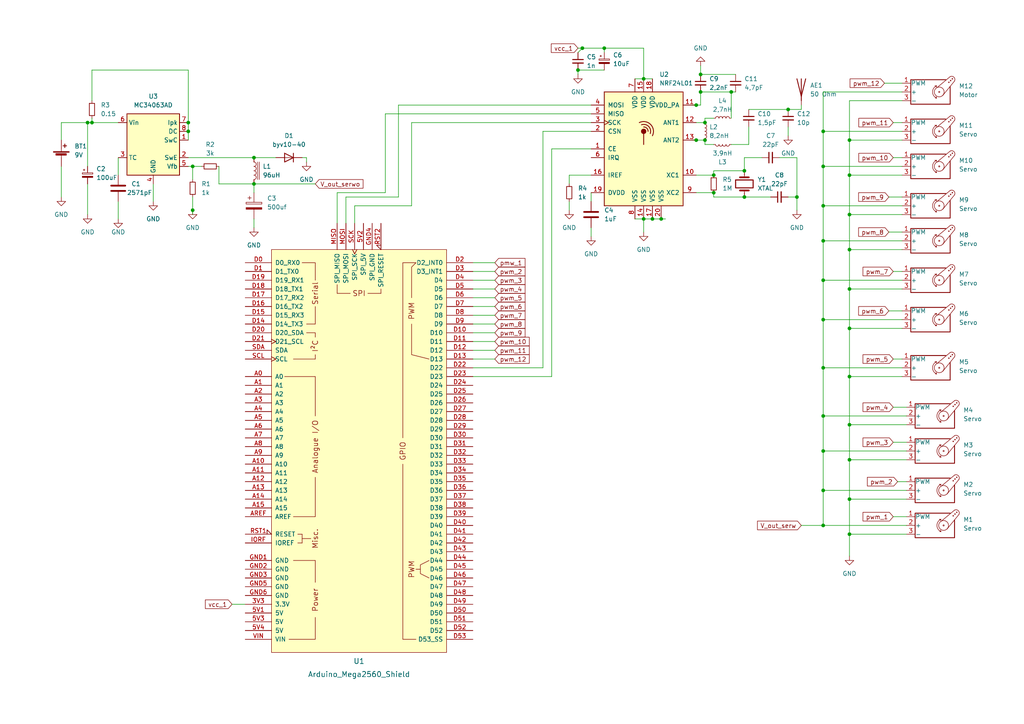
<source format=kicad_sch>
(kicad_sch (version 20211123) (generator eeschema)

  (uuid 3f4e556d-a973-4992-a89f-bcb617fda592)

  (paper "A4")

  (lib_symbols
    (symbol "Device:Antenna" (pin_numbers hide) (pin_names (offset 1.016) hide) (in_bom yes) (on_board yes)
      (property "Reference" "AE" (id 0) (at -1.905 1.905 0)
        (effects (font (size 1.27 1.27)) (justify right))
      )
      (property "Value" "Antenna" (id 1) (at -1.905 0 0)
        (effects (font (size 1.27 1.27)) (justify right))
      )
      (property "Footprint" "" (id 2) (at 0 0 0)
        (effects (font (size 1.27 1.27)) hide)
      )
      (property "Datasheet" "~" (id 3) (at 0 0 0)
        (effects (font (size 1.27 1.27)) hide)
      )
      (property "ki_keywords" "antenna" (id 4) (at 0 0 0)
        (effects (font (size 1.27 1.27)) hide)
      )
      (property "ki_description" "Antenna" (id 5) (at 0 0 0)
        (effects (font (size 1.27 1.27)) hide)
      )
      (symbol "Antenna_0_1"
        (polyline
          (pts
            (xy 0 2.54)
            (xy 0 -3.81)
          )
          (stroke (width 0.254) (type default) (color 0 0 0 0))
          (fill (type none))
        )
        (polyline
          (pts
            (xy 1.27 2.54)
            (xy 0 -2.54)
            (xy -1.27 2.54)
          )
          (stroke (width 0.254) (type default) (color 0 0 0 0))
          (fill (type none))
        )
      )
      (symbol "Antenna_1_1"
        (pin input line (at 0 -5.08 90) (length 2.54)
          (name "A" (effects (font (size 1.27 1.27))))
          (number "1" (effects (font (size 1.27 1.27))))
        )
      )
    )
    (symbol "Device:Battery_Cell" (pin_numbers hide) (pin_names (offset 0) hide) (in_bom yes) (on_board yes)
      (property "Reference" "BT" (id 0) (at 2.54 2.54 0)
        (effects (font (size 1.27 1.27)) (justify left))
      )
      (property "Value" "Battery_Cell" (id 1) (at 2.54 0 0)
        (effects (font (size 1.27 1.27)) (justify left))
      )
      (property "Footprint" "" (id 2) (at 0 1.524 90)
        (effects (font (size 1.27 1.27)) hide)
      )
      (property "Datasheet" "~" (id 3) (at 0 1.524 90)
        (effects (font (size 1.27 1.27)) hide)
      )
      (property "ki_keywords" "battery cell" (id 4) (at 0 0 0)
        (effects (font (size 1.27 1.27)) hide)
      )
      (property "ki_description" "Single-cell battery" (id 5) (at 0 0 0)
        (effects (font (size 1.27 1.27)) hide)
      )
      (symbol "Battery_Cell_0_1"
        (rectangle (start -2.286 1.778) (end 2.286 1.524)
          (stroke (width 0) (type default) (color 0 0 0 0))
          (fill (type outline))
        )
        (rectangle (start -1.5748 1.1938) (end 1.4732 0.6858)
          (stroke (width 0) (type default) (color 0 0 0 0))
          (fill (type outline))
        )
        (polyline
          (pts
            (xy 0 0.762)
            (xy 0 0)
          )
          (stroke (width 0) (type default) (color 0 0 0 0))
          (fill (type none))
        )
        (polyline
          (pts
            (xy 0 1.778)
            (xy 0 2.54)
          )
          (stroke (width 0) (type default) (color 0 0 0 0))
          (fill (type none))
        )
        (polyline
          (pts
            (xy 0.508 3.429)
            (xy 1.524 3.429)
          )
          (stroke (width 0.254) (type default) (color 0 0 0 0))
          (fill (type none))
        )
        (polyline
          (pts
            (xy 1.016 3.937)
            (xy 1.016 2.921)
          )
          (stroke (width 0.254) (type default) (color 0 0 0 0))
          (fill (type none))
        )
      )
      (symbol "Battery_Cell_1_1"
        (pin passive line (at 0 5.08 270) (length 2.54)
          (name "+" (effects (font (size 1.27 1.27))))
          (number "1" (effects (font (size 1.27 1.27))))
        )
        (pin passive line (at 0 -2.54 90) (length 2.54)
          (name "-" (effects (font (size 1.27 1.27))))
          (number "2" (effects (font (size 1.27 1.27))))
        )
      )
    )
    (symbol "Device:C" (pin_numbers hide) (pin_names (offset 0.254)) (in_bom yes) (on_board yes)
      (property "Reference" "C" (id 0) (at 0.635 2.54 0)
        (effects (font (size 1.27 1.27)) (justify left))
      )
      (property "Value" "C" (id 1) (at 0.635 -2.54 0)
        (effects (font (size 1.27 1.27)) (justify left))
      )
      (property "Footprint" "" (id 2) (at 0.9652 -3.81 0)
        (effects (font (size 1.27 1.27)) hide)
      )
      (property "Datasheet" "~" (id 3) (at 0 0 0)
        (effects (font (size 1.27 1.27)) hide)
      )
      (property "ki_keywords" "cap capacitor" (id 4) (at 0 0 0)
        (effects (font (size 1.27 1.27)) hide)
      )
      (property "ki_description" "Unpolarized capacitor" (id 5) (at 0 0 0)
        (effects (font (size 1.27 1.27)) hide)
      )
      (property "ki_fp_filters" "C_*" (id 6) (at 0 0 0)
        (effects (font (size 1.27 1.27)) hide)
      )
      (symbol "C_0_1"
        (polyline
          (pts
            (xy -2.032 -0.762)
            (xy 2.032 -0.762)
          )
          (stroke (width 0.508) (type default) (color 0 0 0 0))
          (fill (type none))
        )
        (polyline
          (pts
            (xy -2.032 0.762)
            (xy 2.032 0.762)
          )
          (stroke (width 0.508) (type default) (color 0 0 0 0))
          (fill (type none))
        )
      )
      (symbol "C_1_1"
        (pin passive line (at 0 3.81 270) (length 2.794)
          (name "~" (effects (font (size 1.27 1.27))))
          (number "1" (effects (font (size 1.27 1.27))))
        )
        (pin passive line (at 0 -3.81 90) (length 2.794)
          (name "~" (effects (font (size 1.27 1.27))))
          (number "2" (effects (font (size 1.27 1.27))))
        )
      )
    )
    (symbol "Device:C_Polarized" (pin_numbers hide) (pin_names (offset 0.254)) (in_bom yes) (on_board yes)
      (property "Reference" "C" (id 0) (at 0.635 2.54 0)
        (effects (font (size 1.27 1.27)) (justify left))
      )
      (property "Value" "C_Polarized" (id 1) (at 0.635 -2.54 0)
        (effects (font (size 1.27 1.27)) (justify left))
      )
      (property "Footprint" "" (id 2) (at 0.9652 -3.81 0)
        (effects (font (size 1.27 1.27)) hide)
      )
      (property "Datasheet" "~" (id 3) (at 0 0 0)
        (effects (font (size 1.27 1.27)) hide)
      )
      (property "ki_keywords" "cap capacitor" (id 4) (at 0 0 0)
        (effects (font (size 1.27 1.27)) hide)
      )
      (property "ki_description" "Polarized capacitor" (id 5) (at 0 0 0)
        (effects (font (size 1.27 1.27)) hide)
      )
      (property "ki_fp_filters" "CP_*" (id 6) (at 0 0 0)
        (effects (font (size 1.27 1.27)) hide)
      )
      (symbol "C_Polarized_0_1"
        (rectangle (start -2.286 0.508) (end 2.286 1.016)
          (stroke (width 0) (type default) (color 0 0 0 0))
          (fill (type none))
        )
        (polyline
          (pts
            (xy -1.778 2.286)
            (xy -0.762 2.286)
          )
          (stroke (width 0) (type default) (color 0 0 0 0))
          (fill (type none))
        )
        (polyline
          (pts
            (xy -1.27 2.794)
            (xy -1.27 1.778)
          )
          (stroke (width 0) (type default) (color 0 0 0 0))
          (fill (type none))
        )
        (rectangle (start 2.286 -0.508) (end -2.286 -1.016)
          (stroke (width 0) (type default) (color 0 0 0 0))
          (fill (type outline))
        )
      )
      (symbol "C_Polarized_1_1"
        (pin passive line (at 0 3.81 270) (length 2.794)
          (name "~" (effects (font (size 1.27 1.27))))
          (number "1" (effects (font (size 1.27 1.27))))
        )
        (pin passive line (at 0 -3.81 90) (length 2.794)
          (name "~" (effects (font (size 1.27 1.27))))
          (number "2" (effects (font (size 1.27 1.27))))
        )
      )
    )
    (symbol "Device:C_Polarized_Small" (pin_numbers hide) (pin_names (offset 0.254) hide) (in_bom yes) (on_board yes)
      (property "Reference" "C" (id 0) (at 0.254 1.778 0)
        (effects (font (size 1.27 1.27)) (justify left))
      )
      (property "Value" "C_Polarized_Small" (id 1) (at 0.254 -2.032 0)
        (effects (font (size 1.27 1.27)) (justify left))
      )
      (property "Footprint" "" (id 2) (at 0 0 0)
        (effects (font (size 1.27 1.27)) hide)
      )
      (property "Datasheet" "~" (id 3) (at 0 0 0)
        (effects (font (size 1.27 1.27)) hide)
      )
      (property "ki_keywords" "cap capacitor" (id 4) (at 0 0 0)
        (effects (font (size 1.27 1.27)) hide)
      )
      (property "ki_description" "Polarized capacitor, small symbol" (id 5) (at 0 0 0)
        (effects (font (size 1.27 1.27)) hide)
      )
      (property "ki_fp_filters" "CP_*" (id 6) (at 0 0 0)
        (effects (font (size 1.27 1.27)) hide)
      )
      (symbol "C_Polarized_Small_0_1"
        (rectangle (start -1.524 -0.3048) (end 1.524 -0.6858)
          (stroke (width 0) (type default) (color 0 0 0 0))
          (fill (type outline))
        )
        (rectangle (start -1.524 0.6858) (end 1.524 0.3048)
          (stroke (width 0) (type default) (color 0 0 0 0))
          (fill (type none))
        )
        (polyline
          (pts
            (xy -1.27 1.524)
            (xy -0.762 1.524)
          )
          (stroke (width 0) (type default) (color 0 0 0 0))
          (fill (type none))
        )
        (polyline
          (pts
            (xy -1.016 1.27)
            (xy -1.016 1.778)
          )
          (stroke (width 0) (type default) (color 0 0 0 0))
          (fill (type none))
        )
      )
      (symbol "C_Polarized_Small_1_1"
        (pin passive line (at 0 2.54 270) (length 1.8542)
          (name "~" (effects (font (size 1.27 1.27))))
          (number "1" (effects (font (size 1.27 1.27))))
        )
        (pin passive line (at 0 -2.54 90) (length 1.8542)
          (name "~" (effects (font (size 1.27 1.27))))
          (number "2" (effects (font (size 1.27 1.27))))
        )
      )
    )
    (symbol "Device:C_Small" (pin_numbers hide) (pin_names (offset 0.254) hide) (in_bom yes) (on_board yes)
      (property "Reference" "C" (id 0) (at 0.254 1.778 0)
        (effects (font (size 1.27 1.27)) (justify left))
      )
      (property "Value" "C_Small" (id 1) (at 0.254 -2.032 0)
        (effects (font (size 1.27 1.27)) (justify left))
      )
      (property "Footprint" "" (id 2) (at 0 0 0)
        (effects (font (size 1.27 1.27)) hide)
      )
      (property "Datasheet" "~" (id 3) (at 0 0 0)
        (effects (font (size 1.27 1.27)) hide)
      )
      (property "ki_keywords" "capacitor cap" (id 4) (at 0 0 0)
        (effects (font (size 1.27 1.27)) hide)
      )
      (property "ki_description" "Unpolarized capacitor, small symbol" (id 5) (at 0 0 0)
        (effects (font (size 1.27 1.27)) hide)
      )
      (property "ki_fp_filters" "C_*" (id 6) (at 0 0 0)
        (effects (font (size 1.27 1.27)) hide)
      )
      (symbol "C_Small_0_1"
        (polyline
          (pts
            (xy -1.524 -0.508)
            (xy 1.524 -0.508)
          )
          (stroke (width 0.3302) (type default) (color 0 0 0 0))
          (fill (type none))
        )
        (polyline
          (pts
            (xy -1.524 0.508)
            (xy 1.524 0.508)
          )
          (stroke (width 0.3048) (type default) (color 0 0 0 0))
          (fill (type none))
        )
      )
      (symbol "C_Small_1_1"
        (pin passive line (at 0 2.54 270) (length 2.032)
          (name "~" (effects (font (size 1.27 1.27))))
          (number "1" (effects (font (size 1.27 1.27))))
        )
        (pin passive line (at 0 -2.54 90) (length 2.032)
          (name "~" (effects (font (size 1.27 1.27))))
          (number "2" (effects (font (size 1.27 1.27))))
        )
      )
    )
    (symbol "Device:Crystal" (pin_numbers hide) (pin_names (offset 1.016) hide) (in_bom yes) (on_board yes)
      (property "Reference" "Y" (id 0) (at 0 3.81 0)
        (effects (font (size 1.27 1.27)))
      )
      (property "Value" "Crystal" (id 1) (at 0 -3.81 0)
        (effects (font (size 1.27 1.27)))
      )
      (property "Footprint" "" (id 2) (at 0 0 0)
        (effects (font (size 1.27 1.27)) hide)
      )
      (property "Datasheet" "~" (id 3) (at 0 0 0)
        (effects (font (size 1.27 1.27)) hide)
      )
      (property "ki_keywords" "quartz ceramic resonator oscillator" (id 4) (at 0 0 0)
        (effects (font (size 1.27 1.27)) hide)
      )
      (property "ki_description" "Two pin crystal" (id 5) (at 0 0 0)
        (effects (font (size 1.27 1.27)) hide)
      )
      (property "ki_fp_filters" "Crystal*" (id 6) (at 0 0 0)
        (effects (font (size 1.27 1.27)) hide)
      )
      (symbol "Crystal_0_1"
        (rectangle (start -1.143 2.54) (end 1.143 -2.54)
          (stroke (width 0.3048) (type default) (color 0 0 0 0))
          (fill (type none))
        )
        (polyline
          (pts
            (xy -2.54 0)
            (xy -1.905 0)
          )
          (stroke (width 0) (type default) (color 0 0 0 0))
          (fill (type none))
        )
        (polyline
          (pts
            (xy -1.905 -1.27)
            (xy -1.905 1.27)
          )
          (stroke (width 0.508) (type default) (color 0 0 0 0))
          (fill (type none))
        )
        (polyline
          (pts
            (xy 1.905 -1.27)
            (xy 1.905 1.27)
          )
          (stroke (width 0.508) (type default) (color 0 0 0 0))
          (fill (type none))
        )
        (polyline
          (pts
            (xy 2.54 0)
            (xy 1.905 0)
          )
          (stroke (width 0) (type default) (color 0 0 0 0))
          (fill (type none))
        )
      )
      (symbol "Crystal_1_1"
        (pin passive line (at -3.81 0 0) (length 1.27)
          (name "1" (effects (font (size 1.27 1.27))))
          (number "1" (effects (font (size 1.27 1.27))))
        )
        (pin passive line (at 3.81 0 180) (length 1.27)
          (name "2" (effects (font (size 1.27 1.27))))
          (number "2" (effects (font (size 1.27 1.27))))
        )
      )
    )
    (symbol "Device:D" (pin_numbers hide) (pin_names (offset 1.016) hide) (in_bom yes) (on_board yes)
      (property "Reference" "D" (id 0) (at 0 2.54 0)
        (effects (font (size 1.27 1.27)))
      )
      (property "Value" "D" (id 1) (at 0 -2.54 0)
        (effects (font (size 1.27 1.27)))
      )
      (property "Footprint" "" (id 2) (at 0 0 0)
        (effects (font (size 1.27 1.27)) hide)
      )
      (property "Datasheet" "~" (id 3) (at 0 0 0)
        (effects (font (size 1.27 1.27)) hide)
      )
      (property "ki_keywords" "diode" (id 4) (at 0 0 0)
        (effects (font (size 1.27 1.27)) hide)
      )
      (property "ki_description" "Diode" (id 5) (at 0 0 0)
        (effects (font (size 1.27 1.27)) hide)
      )
      (property "ki_fp_filters" "TO-???* *_Diode_* *SingleDiode* D_*" (id 6) (at 0 0 0)
        (effects (font (size 1.27 1.27)) hide)
      )
      (symbol "D_0_1"
        (polyline
          (pts
            (xy -1.27 1.27)
            (xy -1.27 -1.27)
          )
          (stroke (width 0.254) (type default) (color 0 0 0 0))
          (fill (type none))
        )
        (polyline
          (pts
            (xy 1.27 0)
            (xy -1.27 0)
          )
          (stroke (width 0) (type default) (color 0 0 0 0))
          (fill (type none))
        )
        (polyline
          (pts
            (xy 1.27 1.27)
            (xy 1.27 -1.27)
            (xy -1.27 0)
            (xy 1.27 1.27)
          )
          (stroke (width 0.254) (type default) (color 0 0 0 0))
          (fill (type none))
        )
      )
      (symbol "D_1_1"
        (pin passive line (at -3.81 0 0) (length 2.54)
          (name "K" (effects (font (size 1.27 1.27))))
          (number "1" (effects (font (size 1.27 1.27))))
        )
        (pin passive line (at 3.81 0 180) (length 2.54)
          (name "A" (effects (font (size 1.27 1.27))))
          (number "2" (effects (font (size 1.27 1.27))))
        )
      )
    )
    (symbol "Device:L_Iron" (pin_numbers hide) (pin_names (offset 1.016) hide) (in_bom yes) (on_board yes)
      (property "Reference" "L" (id 0) (at -1.27 0 90)
        (effects (font (size 1.27 1.27)))
      )
      (property "Value" "L_Iron" (id 1) (at 2.794 0 90)
        (effects (font (size 1.27 1.27)))
      )
      (property "Footprint" "" (id 2) (at 0 0 0)
        (effects (font (size 1.27 1.27)) hide)
      )
      (property "Datasheet" "~" (id 3) (at 0 0 0)
        (effects (font (size 1.27 1.27)) hide)
      )
      (property "ki_keywords" "inductor choke coil reactor magnetic" (id 4) (at 0 0 0)
        (effects (font (size 1.27 1.27)) hide)
      )
      (property "ki_description" "Inductor with iron core" (id 5) (at 0 0 0)
        (effects (font (size 1.27 1.27)) hide)
      )
      (property "ki_fp_filters" "Choke_* *Coil* Inductor_* L_*" (id 6) (at 0 0 0)
        (effects (font (size 1.27 1.27)) hide)
      )
      (symbol "L_Iron_0_1"
        (arc (start 0 -2.54) (mid 0.635 -1.905) (end 0 -1.27)
          (stroke (width 0) (type default) (color 0 0 0 0))
          (fill (type none))
        )
        (arc (start 0 -1.27) (mid 0.635 -0.635) (end 0 0)
          (stroke (width 0) (type default) (color 0 0 0 0))
          (fill (type none))
        )
        (polyline
          (pts
            (xy 1.016 2.54)
            (xy 1.016 -2.54)
          )
          (stroke (width 0) (type default) (color 0 0 0 0))
          (fill (type none))
        )
        (polyline
          (pts
            (xy 1.524 -2.54)
            (xy 1.524 2.54)
          )
          (stroke (width 0) (type default) (color 0 0 0 0))
          (fill (type none))
        )
        (arc (start 0 0) (mid 0.635 0.635) (end 0 1.27)
          (stroke (width 0) (type default) (color 0 0 0 0))
          (fill (type none))
        )
        (arc (start 0 1.27) (mid 0.635 1.905) (end 0 2.54)
          (stroke (width 0) (type default) (color 0 0 0 0))
          (fill (type none))
        )
      )
      (symbol "L_Iron_1_1"
        (pin passive line (at 0 3.81 270) (length 1.27)
          (name "1" (effects (font (size 1.27 1.27))))
          (number "1" (effects (font (size 1.27 1.27))))
        )
        (pin passive line (at 0 -3.81 90) (length 1.27)
          (name "2" (effects (font (size 1.27 1.27))))
          (number "2" (effects (font (size 1.27 1.27))))
        )
      )
    )
    (symbol "Device:L_Small" (pin_numbers hide) (pin_names (offset 0.254) hide) (in_bom yes) (on_board yes)
      (property "Reference" "L" (id 0) (at 0.762 1.016 0)
        (effects (font (size 1.27 1.27)) (justify left))
      )
      (property "Value" "L_Small" (id 1) (at 0.762 -1.016 0)
        (effects (font (size 1.27 1.27)) (justify left))
      )
      (property "Footprint" "" (id 2) (at 0 0 0)
        (effects (font (size 1.27 1.27)) hide)
      )
      (property "Datasheet" "~" (id 3) (at 0 0 0)
        (effects (font (size 1.27 1.27)) hide)
      )
      (property "ki_keywords" "inductor choke coil reactor magnetic" (id 4) (at 0 0 0)
        (effects (font (size 1.27 1.27)) hide)
      )
      (property "ki_description" "Inductor, small symbol" (id 5) (at 0 0 0)
        (effects (font (size 1.27 1.27)) hide)
      )
      (property "ki_fp_filters" "Choke_* *Coil* Inductor_* L_*" (id 6) (at 0 0 0)
        (effects (font (size 1.27 1.27)) hide)
      )
      (symbol "L_Small_0_1"
        (arc (start 0 -2.032) (mid 0.508 -1.524) (end 0 -1.016)
          (stroke (width 0) (type default) (color 0 0 0 0))
          (fill (type none))
        )
        (arc (start 0 -1.016) (mid 0.508 -0.508) (end 0 0)
          (stroke (width 0) (type default) (color 0 0 0 0))
          (fill (type none))
        )
        (arc (start 0 0) (mid 0.508 0.508) (end 0 1.016)
          (stroke (width 0) (type default) (color 0 0 0 0))
          (fill (type none))
        )
        (arc (start 0 1.016) (mid 0.508 1.524) (end 0 2.032)
          (stroke (width 0) (type default) (color 0 0 0 0))
          (fill (type none))
        )
      )
      (symbol "L_Small_1_1"
        (pin passive line (at 0 2.54 270) (length 0.508)
          (name "~" (effects (font (size 1.27 1.27))))
          (number "1" (effects (font (size 1.27 1.27))))
        )
        (pin passive line (at 0 -2.54 90) (length 0.508)
          (name "~" (effects (font (size 1.27 1.27))))
          (number "2" (effects (font (size 1.27 1.27))))
        )
      )
    )
    (symbol "Device:R_Small" (pin_numbers hide) (pin_names (offset 0.254) hide) (in_bom yes) (on_board yes)
      (property "Reference" "R" (id 0) (at 0.762 0.508 0)
        (effects (font (size 1.27 1.27)) (justify left))
      )
      (property "Value" "R_Small" (id 1) (at 0.762 -1.016 0)
        (effects (font (size 1.27 1.27)) (justify left))
      )
      (property "Footprint" "" (id 2) (at 0 0 0)
        (effects (font (size 1.27 1.27)) hide)
      )
      (property "Datasheet" "~" (id 3) (at 0 0 0)
        (effects (font (size 1.27 1.27)) hide)
      )
      (property "ki_keywords" "R resistor" (id 4) (at 0 0 0)
        (effects (font (size 1.27 1.27)) hide)
      )
      (property "ki_description" "Resistor, small symbol" (id 5) (at 0 0 0)
        (effects (font (size 1.27 1.27)) hide)
      )
      (property "ki_fp_filters" "R_*" (id 6) (at 0 0 0)
        (effects (font (size 1.27 1.27)) hide)
      )
      (symbol "R_Small_0_1"
        (rectangle (start -0.762 1.778) (end 0.762 -1.778)
          (stroke (width 0.2032) (type default) (color 0 0 0 0))
          (fill (type none))
        )
      )
      (symbol "R_Small_1_1"
        (pin passive line (at 0 2.54 270) (length 0.762)
          (name "~" (effects (font (size 1.27 1.27))))
          (number "1" (effects (font (size 1.27 1.27))))
        )
        (pin passive line (at 0 -2.54 90) (length 0.762)
          (name "~" (effects (font (size 1.27 1.27))))
          (number "2" (effects (font (size 1.27 1.27))))
        )
      )
    )
    (symbol "Motor:Motor_Servo" (pin_names (offset 0.0254)) (in_bom yes) (on_board yes)
      (property "Reference" "M" (id 0) (at -5.08 4.445 0)
        (effects (font (size 1.27 1.27)) (justify left))
      )
      (property "Value" "Motor_Servo" (id 1) (at -5.08 -4.064 0)
        (effects (font (size 1.27 1.27)) (justify left top))
      )
      (property "Footprint" "" (id 2) (at 0 -4.826 0)
        (effects (font (size 1.27 1.27)) hide)
      )
      (property "Datasheet" "http://forums.parallax.com/uploads/attachments/46831/74481.png" (id 3) (at 0 -4.826 0)
        (effects (font (size 1.27 1.27)) hide)
      )
      (property "ki_keywords" "Servo Motor" (id 4) (at 0 0 0)
        (effects (font (size 1.27 1.27)) hide)
      )
      (property "ki_description" "Servo Motor (Futaba, HiTec, JR connector)" (id 5) (at 0 0 0)
        (effects (font (size 1.27 1.27)) hide)
      )
      (property "ki_fp_filters" "PinHeader*P2.54mm*" (id 6) (at 0 0 0)
        (effects (font (size 1.27 1.27)) hide)
      )
      (symbol "Motor_Servo_0_1"
        (polyline
          (pts
            (xy 2.413 -1.778)
            (xy 2.032 -1.778)
          )
          (stroke (width 0) (type default) (color 0 0 0 0))
          (fill (type none))
        )
        (polyline
          (pts
            (xy 2.413 -1.778)
            (xy 2.286 -1.397)
          )
          (stroke (width 0) (type default) (color 0 0 0 0))
          (fill (type none))
        )
        (polyline
          (pts
            (xy 2.413 1.778)
            (xy 1.905 1.778)
          )
          (stroke (width 0) (type default) (color 0 0 0 0))
          (fill (type none))
        )
        (polyline
          (pts
            (xy 2.413 1.778)
            (xy 2.286 1.397)
          )
          (stroke (width 0) (type default) (color 0 0 0 0))
          (fill (type none))
        )
        (polyline
          (pts
            (xy 6.35 4.445)
            (xy 2.54 1.27)
          )
          (stroke (width 0) (type default) (color 0 0 0 0))
          (fill (type none))
        )
        (polyline
          (pts
            (xy 7.62 3.175)
            (xy 4.191 -1.016)
          )
          (stroke (width 0) (type default) (color 0 0 0 0))
          (fill (type none))
        )
        (polyline
          (pts
            (xy 5.08 3.556)
            (xy -5.08 3.556)
            (xy -5.08 -3.556)
            (xy 6.35 -3.556)
            (xy 6.35 1.524)
          )
          (stroke (width 0.254) (type default) (color 0 0 0 0))
          (fill (type none))
        )
        (arc (start 2.413 1.778) (mid 1.2406 0) (end 2.413 -1.778)
          (stroke (width 0) (type default) (color 0 0 0 0))
          (fill (type none))
        )
        (circle (center 3.175 0) (radius 0.1778)
          (stroke (width 0) (type default) (color 0 0 0 0))
          (fill (type none))
        )
        (circle (center 3.175 0) (radius 1.4224)
          (stroke (width 0) (type default) (color 0 0 0 0))
          (fill (type none))
        )
        (circle (center 5.969 2.794) (radius 0.127)
          (stroke (width 0) (type default) (color 0 0 0 0))
          (fill (type none))
        )
        (circle (center 6.477 3.302) (radius 0.127)
          (stroke (width 0) (type default) (color 0 0 0 0))
          (fill (type none))
        )
        (circle (center 6.985 3.81) (radius 0.127)
          (stroke (width 0) (type default) (color 0 0 0 0))
          (fill (type none))
        )
        (arc (start 7.62 3.175) (mid 7.4485 4.2735) (end 6.35 4.445)
          (stroke (width 0) (type default) (color 0 0 0 0))
          (fill (type none))
        )
      )
      (symbol "Motor_Servo_1_1"
        (pin passive line (at -7.62 2.54 0) (length 2.54)
          (name "PWM" (effects (font (size 1.27 1.27))))
          (number "1" (effects (font (size 1.27 1.27))))
        )
        (pin passive line (at -7.62 0 0) (length 2.54)
          (name "+" (effects (font (size 1.27 1.27))))
          (number "2" (effects (font (size 1.27 1.27))))
        )
        (pin passive line (at -7.62 -2.54 0) (length 2.54)
          (name "-" (effects (font (size 1.27 1.27))))
          (number "3" (effects (font (size 1.27 1.27))))
        )
      )
    )
    (symbol "RF:NRF24L01" (pin_names (offset 1.016)) (in_bom yes) (on_board yes)
      (property "Reference" "U" (id 0) (at -11.43 17.78 0)
        (effects (font (size 1.27 1.27)) (justify left))
      )
      (property "Value" "NRF24L01" (id 1) (at 5.08 17.78 0)
        (effects (font (size 1.27 1.27)) (justify left))
      )
      (property "Footprint" "Package_DFN_QFN:QFN-20-1EP_4x4mm_P0.5mm_EP2.5x2.5mm" (id 2) (at 5.08 20.32 0)
        (effects (font (size 1.27 1.27) italic) (justify left) hide)
      )
      (property "Datasheet" "http://www.nordicsemi.com/eng/content/download/2730/34105/file/nRF24L01_Product_Specification_v2_0.pdf" (id 3) (at 0 2.54 0)
        (effects (font (size 1.27 1.27)) hide)
      )
      (property "ki_keywords" "Low Power RF Transciever" (id 4) (at 0 0 0)
        (effects (font (size 1.27 1.27)) hide)
      )
      (property "ki_description" "Ultra low power 2.4GHz RF Transceiver, QFN-20" (id 5) (at 0 0 0)
        (effects (font (size 1.27 1.27)) hide)
      )
      (property "ki_fp_filters" "QFN*4x4*0.5mm*" (id 6) (at 0 0 0)
        (effects (font (size 1.27 1.27)) hide)
      )
      (symbol "NRF24L01_0_1"
        (rectangle (start -11.43 16.51) (end 11.43 -16.51)
          (stroke (width 0.254) (type default) (color 0 0 0 0))
          (fill (type background))
        )
        (polyline
          (pts
            (xy 0 4.445)
            (xy 0 1.27)
          )
          (stroke (width 0.254) (type default) (color 0 0 0 0))
          (fill (type none))
        )
        (circle (center 0 5.08) (radius 0.635)
          (stroke (width 0.254) (type default) (color 0 0 0 0))
          (fill (type outline))
        )
        (arc (start 1.27 5.08) (mid 0.9109 5.9909) (end 0 6.35)
          (stroke (width 0.254) (type default) (color 0 0 0 0))
          (fill (type none))
        )
        (arc (start 1.905 4.445) (mid 1.4383 6.5183) (end -0.635 6.985)
          (stroke (width 0.254) (type default) (color 0 0 0 0))
          (fill (type none))
        )
        (arc (start 2.54 3.81) (mid 2.008 7.088) (end -1.27 7.62)
          (stroke (width 0.254) (type default) (color 0 0 0 0))
          (fill (type none))
        )
        (rectangle (start 11.43 -13.97) (end 11.43 -13.97)
          (stroke (width 0) (type default) (color 0 0 0 0))
          (fill (type none))
        )
      )
      (symbol "NRF24L01_1_1"
        (pin input line (at -15.24 0 0) (length 3.81)
          (name "CE" (effects (font (size 1.27 1.27))))
          (number "1" (effects (font (size 1.27 1.27))))
        )
        (pin passive line (at 15.24 -7.62 180) (length 3.81)
          (name "XC1" (effects (font (size 1.27 1.27))))
          (number "10" (effects (font (size 1.27 1.27))))
        )
        (pin power_out line (at 15.24 12.7 180) (length 3.81)
          (name "VDD_PA" (effects (font (size 1.27 1.27))))
          (number "11" (effects (font (size 1.27 1.27))))
        )
        (pin passive line (at 15.24 7.62 180) (length 3.81)
          (name "ANT1" (effects (font (size 1.27 1.27))))
          (number "12" (effects (font (size 1.27 1.27))))
        )
        (pin passive line (at 15.24 2.54 180) (length 3.81)
          (name "ANT2" (effects (font (size 1.27 1.27))))
          (number "13" (effects (font (size 1.27 1.27))))
        )
        (pin power_in line (at 0 -20.32 90) (length 3.81)
          (name "VSS" (effects (font (size 1.27 1.27))))
          (number "14" (effects (font (size 1.27 1.27))))
        )
        (pin power_in line (at 0 20.32 270) (length 3.81)
          (name "VDD" (effects (font (size 1.27 1.27))))
          (number "15" (effects (font (size 1.27 1.27))))
        )
        (pin passive line (at -15.24 -7.62 0) (length 3.81)
          (name "IREF" (effects (font (size 1.27 1.27))))
          (number "16" (effects (font (size 1.27 1.27))))
        )
        (pin power_in line (at 2.54 -20.32 90) (length 3.81)
          (name "VSS" (effects (font (size 1.27 1.27))))
          (number "17" (effects (font (size 1.27 1.27))))
        )
        (pin power_in line (at 2.54 20.32 270) (length 3.81)
          (name "VDD" (effects (font (size 1.27 1.27))))
          (number "18" (effects (font (size 1.27 1.27))))
        )
        (pin power_out line (at -15.24 -12.7 0) (length 3.81)
          (name "DVDD" (effects (font (size 1.27 1.27))))
          (number "19" (effects (font (size 1.27 1.27))))
        )
        (pin input line (at -15.24 5.08 0) (length 3.81)
          (name "CSN" (effects (font (size 1.27 1.27))))
          (number "2" (effects (font (size 1.27 1.27))))
        )
        (pin power_in line (at 5.08 -20.32 90) (length 3.81)
          (name "VSS" (effects (font (size 1.27 1.27))))
          (number "20" (effects (font (size 1.27 1.27))))
        )
        (pin input clock (at -15.24 7.62 0) (length 3.81)
          (name "SCK" (effects (font (size 1.27 1.27))))
          (number "3" (effects (font (size 1.27 1.27))))
        )
        (pin input line (at -15.24 12.7 0) (length 3.81)
          (name "MOSI" (effects (font (size 1.27 1.27))))
          (number "4" (effects (font (size 1.27 1.27))))
        )
        (pin output line (at -15.24 10.16 0) (length 3.81)
          (name "MISO" (effects (font (size 1.27 1.27))))
          (number "5" (effects (font (size 1.27 1.27))))
        )
        (pin output line (at -15.24 -2.54 0) (length 3.81)
          (name "IRQ" (effects (font (size 1.27 1.27))))
          (number "6" (effects (font (size 1.27 1.27))))
        )
        (pin power_in line (at -2.54 20.32 270) (length 3.81)
          (name "VDD" (effects (font (size 1.27 1.27))))
          (number "7" (effects (font (size 1.27 1.27))))
        )
        (pin power_in line (at -2.54 -20.32 90) (length 3.81)
          (name "VSS" (effects (font (size 1.27 1.27))))
          (number "8" (effects (font (size 1.27 1.27))))
        )
        (pin passive line (at 15.24 -12.7 180) (length 3.81)
          (name "XC2" (effects (font (size 1.27 1.27))))
          (number "9" (effects (font (size 1.27 1.27))))
        )
      )
    )
    (symbol "Regulator_Switching:MC34063AD" (in_bom yes) (on_board yes)
      (property "Reference" "U" (id 0) (at -7.62 8.89 0)
        (effects (font (size 1.27 1.27)) (justify left))
      )
      (property "Value" "MC34063AD" (id 1) (at 0 8.89 0)
        (effects (font (size 1.27 1.27)) (justify left))
      )
      (property "Footprint" "Package_SO:SOIC-8_3.9x4.9mm_P1.27mm" (id 2) (at 1.27 -11.43 0)
        (effects (font (size 1.27 1.27)) (justify left) hide)
      )
      (property "Datasheet" "http://www.onsemi.com/pub_link/Collateral/MC34063A-D.PDF" (id 3) (at 12.7 -2.54 0)
        (effects (font (size 1.27 1.27)) hide)
      )
      (property "ki_keywords" "smps buck boost inverting" (id 4) (at 0 0 0)
        (effects (font (size 1.27 1.27)) hide)
      )
      (property "ki_description" "1.5A, step-up/down/inverting switching regulator, 3-40V Vin, 100kHz, SO-8" (id 5) (at 0 0 0)
        (effects (font (size 1.27 1.27)) hide)
      )
      (property "ki_fp_filters" "SOIC*3.9x4.9mm*P1.27mm*" (id 6) (at 0 0 0)
        (effects (font (size 1.27 1.27)) hide)
      )
      (symbol "MC34063AD_0_1"
        (rectangle (start -7.62 7.62) (end 7.62 -10.16)
          (stroke (width 0.254) (type default) (color 0 0 0 0))
          (fill (type background))
        )
      )
      (symbol "MC34063AD_1_1"
        (pin open_collector line (at 10.16 0 180) (length 2.54)
          (name "SwC" (effects (font (size 1.27 1.27))))
          (number "1" (effects (font (size 1.27 1.27))))
        )
        (pin open_emitter line (at 10.16 -5.08 180) (length 2.54)
          (name "SwE" (effects (font (size 1.27 1.27))))
          (number "2" (effects (font (size 1.27 1.27))))
        )
        (pin passive line (at -10.16 -5.08 0) (length 2.54)
          (name "TC" (effects (font (size 1.27 1.27))))
          (number "3" (effects (font (size 1.27 1.27))))
        )
        (pin power_in line (at 0 -12.7 90) (length 2.54)
          (name "GND" (effects (font (size 1.27 1.27))))
          (number "4" (effects (font (size 1.27 1.27))))
        )
        (pin input line (at 10.16 -7.62 180) (length 2.54)
          (name "Vfb" (effects (font (size 1.27 1.27))))
          (number "5" (effects (font (size 1.27 1.27))))
        )
        (pin power_in line (at -10.16 5.08 0) (length 2.54)
          (name "Vin" (effects (font (size 1.27 1.27))))
          (number "6" (effects (font (size 1.27 1.27))))
        )
        (pin input line (at 10.16 5.08 180) (length 2.54)
          (name "Ipk" (effects (font (size 1.27 1.27))))
          (number "7" (effects (font (size 1.27 1.27))))
        )
        (pin open_collector line (at 10.16 2.54 180) (length 2.54)
          (name "DC" (effects (font (size 1.27 1.27))))
          (number "8" (effects (font (size 1.27 1.27))))
        )
      )
    )
    (symbol "arduino:Arduino_Mega2560_Shield" (pin_names (offset 1.016)) (in_bom yes) (on_board yes)
      (property "Reference" "XA" (id 0) (at 2.54 0 90)
        (effects (font (size 1.524 1.524)))
      )
      (property "Value" "Arduino_Mega2560_Shield" (id 1) (at -2.54 0 90)
        (effects (font (size 1.524 1.524)))
      )
      (property "Footprint" "" (id 2) (at 17.78 69.85 0)
        (effects (font (size 1.524 1.524)) hide)
      )
      (property "Datasheet" "https://store.arduino.cc/arduino-mega-2560-rev3" (id 3) (at 17.78 69.85 0)
        (effects (font (size 1.524 1.524)) hide)
      )
      (property "ki_keywords" "Arduino MPU Shield" (id 4) (at 0 0 0)
        (effects (font (size 1.27 1.27)) hide)
      )
      (property "ki_description" "Shield for Arduino Mega 2560" (id 5) (at 0 0 0)
        (effects (font (size 1.27 1.27)) hide)
      )
      (property "ki_fp_filters" "Arduino_Mega2560_Shield" (id 6) (at 0 0 0)
        (effects (font (size 1.27 1.27)) hide)
      )
      (symbol "Arduino_Mega2560_Shield_0_0"
        (rectangle (start -25.4 -58.42) (end 25.4 58.42)
          (stroke (width 0) (type default) (color 0 0 0 0))
          (fill (type background))
        )
        (rectangle (start -20.32 -54.61) (end -12.7 -54.61)
          (stroke (width 0) (type default) (color 0 0 0 0))
          (fill (type none))
        )
        (rectangle (start -19.05 -31.75) (end -12.7 -31.75)
          (stroke (width 0) (type default) (color 0 0 0 0))
          (fill (type none))
        )
        (rectangle (start -19.05 -19.05) (end -12.7 -19.05)
          (stroke (width 0) (type default) (color 0 0 0 0))
          (fill (type none))
        )
        (rectangle (start -19.05 26.67) (end -12.7 26.67)
          (stroke (width 0) (type default) (color 0 0 0 0))
          (fill (type none))
        )
        (rectangle (start -17.78 -26.67) (end -16.51 -26.67)
          (stroke (width 0) (type default) (color 0 0 0 0))
          (fill (type none))
        )
        (rectangle (start -17.78 -24.13) (end -16.51 -24.13)
          (stroke (width 0) (type default) (color 0 0 0 0))
          (fill (type none))
        )
        (rectangle (start -16.51 -25.4) (end -13.97 -25.4)
          (stroke (width 0) (type default) (color 0 0 0 0))
          (fill (type none))
        )
        (rectangle (start -16.51 -24.13) (end -16.51 -26.67)
          (stroke (width 0) (type default) (color 0 0 0 0))
          (fill (type none))
        )
        (rectangle (start -16.51 54.61) (end -12.7 54.61)
          (stroke (width 0) (type default) (color 0 0 0 0))
          (fill (type none))
        )
        (rectangle (start -15.24 34.29) (end -12.7 34.29)
          (stroke (width 0) (type default) (color 0 0 0 0))
          (fill (type none))
        )
        (rectangle (start -15.24 36.83) (end -12.7 36.83)
          (stroke (width 0) (type default) (color 0 0 0 0))
          (fill (type none))
        )
        (rectangle (start -12.7 -54.61) (end -12.7 -48.26)
          (stroke (width 0) (type default) (color 0 0 0 0))
          (fill (type none))
        )
        (rectangle (start -12.7 -31.75) (end -12.7 -38.1)
          (stroke (width 0) (type default) (color 0 0 0 0))
          (fill (type none))
        )
        (rectangle (start -12.7 26.67) (end -12.7 27.94)
          (stroke (width 0) (type default) (color 0 0 0 0))
          (fill (type none))
        )
        (rectangle (start -12.7 34.29) (end -12.7 33.02)
          (stroke (width 0) (type default) (color 0 0 0 0))
          (fill (type none))
        )
        (rectangle (start -12.7 41.91) (end -12.7 36.83)
          (stroke (width 0) (type default) (color 0 0 0 0))
          (fill (type none))
        )
        (rectangle (start -12.7 49.53) (end -12.7 54.61)
          (stroke (width 0) (type default) (color 0 0 0 0))
          (fill (type none))
        )
        (rectangle (start -6.35 48.26) (end -6.35 45.72)
          (stroke (width 0) (type default) (color 0 0 0 0))
          (fill (type none))
        )
        (rectangle (start -2.54 45.72) (end -6.35 45.72)
          (stroke (width 0) (type default) (color 0 0 0 0))
          (fill (type none))
        )
        (polyline
          (pts
            (xy -21.59 21.59)
            (xy -12.7 21.59)
          )
          (stroke (width 0) (type default) (color 0 0 0 0))
          (fill (type none))
        )
        (polyline
          (pts
            (xy -12.7 -19.05)
            (xy -12.7 -7.62)
          )
          (stroke (width 0) (type default) (color 0 0 0 0))
          (fill (type none))
        )
        (polyline
          (pts
            (xy -12.7 10.16)
            (xy -12.7 21.59)
          )
          (stroke (width 0) (type default) (color 0 0 0 0))
          (fill (type none))
        )
        (polyline
          (pts
            (xy 12.7 -54.61)
            (xy 16.51 -54.61)
          )
          (stroke (width 0) (type default) (color 0 0 0 0))
          (fill (type none))
        )
        (polyline
          (pts
            (xy 12.7 54.61)
            (xy 16.51 54.61)
          )
          (stroke (width 0) (type default) (color 0 0 0 0))
          (fill (type none))
        )
        (polyline
          (pts
            (xy 17.78 -34.29)
            (xy 16.51 -34.29)
          )
          (stroke (width 0) (type default) (color 0 0 0 0))
          (fill (type none))
        )
        (polyline
          (pts
            (xy 15.24 36.83)
            (xy 15.24 27.94)
            (xy 20.32 26.67)
          )
          (stroke (width 0) (type default) (color 0 0 0 0))
          (fill (type none))
        )
        (polyline
          (pts
            (xy 15.24 44.45)
            (xy 15.24 53.34)
            (xy 16.51 54.61)
          )
          (stroke (width 0) (type default) (color 0 0 0 0))
          (fill (type none))
        )
        (polyline
          (pts
            (xy 20.32 -31.75)
            (xy 17.78 -33.02)
            (xy 17.78 -35.56)
            (xy 20.32 -36.83)
          )
          (stroke (width 0) (type default) (color 0 0 0 0))
          (fill (type none))
        )
        (rectangle (start 6.35 45.72) (end 2.54 45.72)
          (stroke (width 0) (type default) (color 0 0 0 0))
          (fill (type none))
        )
        (rectangle (start 6.35 46.99) (end 6.35 45.72)
          (stroke (width 0) (type default) (color 0 0 0 0))
          (fill (type none))
        )
        (text "Analogue I/O" (at -12.7 1.27 900)
          (effects (font (size 1.524 1.524)))
        )
        (text "I²C" (at -12.7 30.48 900)
          (effects (font (size 1.524 1.524)))
        )
        (text "Misc." (at -12.7 -25.4 900)
          (effects (font (size 1.524 1.524)))
        )
        (text "Power" (at -12.7 -43.18 900)
          (effects (font (size 1.524 1.524)))
        )
        (text "PWM" (at 15.24 -34.29 900)
          (effects (font (size 1.524 1.524)))
        )
        (text "PWM" (at 15.24 40.64 900)
          (effects (font (size 1.524 1.524)))
        )
        (text "Serial" (at -12.7 45.72 900)
          (effects (font (size 1.524 1.524)))
        )
        (text "SPI" (at 0 45.72 0)
          (effects (font (size 1.524 1.524)))
        )
      )
      (symbol "Arduino_Mega2560_Shield_1_0"
        (rectangle (start 12.7 -54.61) (end 12.7 -3.81)
          (stroke (width 0) (type default) (color 0 0 0 0))
          (fill (type none))
        )
        (rectangle (start 12.7 54.61) (end 12.7 3.81)
          (stroke (width 0) (type default) (color 0 0 0 0))
          (fill (type none))
        )
        (text "GPIO" (at 12.7 0 900)
          (effects (font (size 1.524 1.524)))
        )
      )
      (symbol "Arduino_Mega2560_Shield_1_1"
        (pin power_in line (at -33.02 -44.45 0) (length 7.62)
          (name "3.3V" (effects (font (size 1.27 1.27))))
          (number "3V3" (effects (font (size 1.27 1.27))))
        )
        (pin power_in line (at -33.02 -46.99 0) (length 7.62)
          (name "5V" (effects (font (size 1.27 1.27))))
          (number "5V1" (effects (font (size 1.27 1.27))))
        )
        (pin power_in line (at 1.27 66.04 270) (length 7.62)
          (name "SPI_5V" (effects (font (size 1.27 1.27))))
          (number "5V2" (effects (font (size 1.27 1.27))))
        )
        (pin power_in line (at -33.02 -49.53 0) (length 7.62)
          (name "5V" (effects (font (size 1.27 1.27))))
          (number "5V3" (effects (font (size 1.27 1.27))))
        )
        (pin power_in line (at -33.02 -52.07 0) (length 7.62)
          (name "5V" (effects (font (size 1.27 1.27))))
          (number "5V4" (effects (font (size 1.27 1.27))))
        )
        (pin bidirectional line (at -33.02 21.59 0) (length 7.62)
          (name "A0" (effects (font (size 1.27 1.27))))
          (number "A0" (effects (font (size 1.27 1.27))))
        )
        (pin bidirectional line (at -33.02 19.05 0) (length 7.62)
          (name "A1" (effects (font (size 1.27 1.27))))
          (number "A1" (effects (font (size 1.27 1.27))))
        )
        (pin bidirectional line (at -33.02 -3.81 0) (length 7.62)
          (name "A10" (effects (font (size 1.27 1.27))))
          (number "A10" (effects (font (size 1.27 1.27))))
        )
        (pin bidirectional line (at -33.02 -6.35 0) (length 7.62)
          (name "A11" (effects (font (size 1.27 1.27))))
          (number "A11" (effects (font (size 1.27 1.27))))
        )
        (pin bidirectional line (at -33.02 -8.89 0) (length 7.62)
          (name "A12" (effects (font (size 1.27 1.27))))
          (number "A12" (effects (font (size 1.27 1.27))))
        )
        (pin bidirectional line (at -33.02 -11.43 0) (length 7.62)
          (name "A13" (effects (font (size 1.27 1.27))))
          (number "A13" (effects (font (size 1.27 1.27))))
        )
        (pin bidirectional line (at -33.02 -13.97 0) (length 7.62)
          (name "A14" (effects (font (size 1.27 1.27))))
          (number "A14" (effects (font (size 1.27 1.27))))
        )
        (pin bidirectional line (at -33.02 -16.51 0) (length 7.62)
          (name "A15" (effects (font (size 1.27 1.27))))
          (number "A15" (effects (font (size 1.27 1.27))))
        )
        (pin bidirectional line (at -33.02 16.51 0) (length 7.62)
          (name "A2" (effects (font (size 1.27 1.27))))
          (number "A2" (effects (font (size 1.27 1.27))))
        )
        (pin bidirectional line (at -33.02 13.97 0) (length 7.62)
          (name "A3" (effects (font (size 1.27 1.27))))
          (number "A3" (effects (font (size 1.27 1.27))))
        )
        (pin bidirectional line (at -33.02 11.43 0) (length 7.62)
          (name "A4" (effects (font (size 1.27 1.27))))
          (number "A4" (effects (font (size 1.27 1.27))))
        )
        (pin bidirectional line (at -33.02 8.89 0) (length 7.62)
          (name "A5" (effects (font (size 1.27 1.27))))
          (number "A5" (effects (font (size 1.27 1.27))))
        )
        (pin bidirectional line (at -33.02 6.35 0) (length 7.62)
          (name "A6" (effects (font (size 1.27 1.27))))
          (number "A6" (effects (font (size 1.27 1.27))))
        )
        (pin bidirectional line (at -33.02 3.81 0) (length 7.62)
          (name "A7" (effects (font (size 1.27 1.27))))
          (number "A7" (effects (font (size 1.27 1.27))))
        )
        (pin bidirectional line (at -33.02 1.27 0) (length 7.62)
          (name "A8" (effects (font (size 1.27 1.27))))
          (number "A8" (effects (font (size 1.27 1.27))))
        )
        (pin bidirectional line (at -33.02 -1.27 0) (length 7.62)
          (name "A9" (effects (font (size 1.27 1.27))))
          (number "A9" (effects (font (size 1.27 1.27))))
        )
        (pin input line (at -33.02 -19.05 0) (length 7.62)
          (name "AREF" (effects (font (size 1.27 1.27))))
          (number "AREF" (effects (font (size 1.27 1.27))))
        )
        (pin bidirectional line (at -33.02 54.61 0) (length 7.62)
          (name "D0_RX0" (effects (font (size 1.27 1.27))))
          (number "D0" (effects (font (size 1.27 1.27))))
        )
        (pin bidirectional line (at -33.02 52.07 0) (length 7.62)
          (name "D1_TX0" (effects (font (size 1.27 1.27))))
          (number "D1" (effects (font (size 1.27 1.27))))
        )
        (pin bidirectional line (at 33.02 34.29 180) (length 7.62)
          (name "D10" (effects (font (size 1.27 1.27))))
          (number "D10" (effects (font (size 1.27 1.27))))
        )
        (pin bidirectional line (at 33.02 31.75 180) (length 7.62)
          (name "D11" (effects (font (size 1.27 1.27))))
          (number "D11" (effects (font (size 1.27 1.27))))
        )
        (pin bidirectional line (at 33.02 29.21 180) (length 7.62)
          (name "D12" (effects (font (size 1.27 1.27))))
          (number "D12" (effects (font (size 1.27 1.27))))
        )
        (pin bidirectional line (at 33.02 26.67 180) (length 7.62)
          (name "D13" (effects (font (size 1.27 1.27))))
          (number "D13" (effects (font (size 1.27 1.27))))
        )
        (pin bidirectional line (at -33.02 36.83 0) (length 7.62)
          (name "D14_TX3" (effects (font (size 1.27 1.27))))
          (number "D14" (effects (font (size 1.27 1.27))))
        )
        (pin bidirectional line (at -33.02 39.37 0) (length 7.62)
          (name "D15_RX3" (effects (font (size 1.27 1.27))))
          (number "D15" (effects (font (size 1.27 1.27))))
        )
        (pin bidirectional line (at -33.02 41.91 0) (length 7.62)
          (name "D16_TX2" (effects (font (size 1.27 1.27))))
          (number "D16" (effects (font (size 1.27 1.27))))
        )
        (pin bidirectional line (at -33.02 44.45 0) (length 7.62)
          (name "D17_RX2" (effects (font (size 1.27 1.27))))
          (number "D17" (effects (font (size 1.27 1.27))))
        )
        (pin bidirectional line (at -33.02 46.99 0) (length 7.62)
          (name "D18_TX1" (effects (font (size 1.27 1.27))))
          (number "D18" (effects (font (size 1.27 1.27))))
        )
        (pin bidirectional line (at -33.02 49.53 0) (length 7.62)
          (name "D19_RX1" (effects (font (size 1.27 1.27))))
          (number "D19" (effects (font (size 1.27 1.27))))
        )
        (pin bidirectional line (at 33.02 54.61 180) (length 7.62)
          (name "D2_INT0" (effects (font (size 1.27 1.27))))
          (number "D2" (effects (font (size 1.27 1.27))))
        )
        (pin bidirectional line (at -33.02 34.29 0) (length 7.62)
          (name "D20_SDA" (effects (font (size 1.27 1.27))))
          (number "D20" (effects (font (size 1.27 1.27))))
        )
        (pin bidirectional clock (at -33.02 31.75 0) (length 7.62)
          (name "D21_SCL" (effects (font (size 1.27 1.27))))
          (number "D21" (effects (font (size 1.27 1.27))))
        )
        (pin bidirectional line (at 33.02 24.13 180) (length 7.62)
          (name "D22" (effects (font (size 1.27 1.27))))
          (number "D22" (effects (font (size 1.27 1.27))))
        )
        (pin bidirectional line (at 33.02 21.59 180) (length 7.62)
          (name "D23" (effects (font (size 1.27 1.27))))
          (number "D23" (effects (font (size 1.27 1.27))))
        )
        (pin bidirectional line (at 33.02 19.05 180) (length 7.62)
          (name "D24" (effects (font (size 1.27 1.27))))
          (number "D24" (effects (font (size 1.27 1.27))))
        )
        (pin bidirectional line (at 33.02 16.51 180) (length 7.62)
          (name "D25" (effects (font (size 1.27 1.27))))
          (number "D25" (effects (font (size 1.27 1.27))))
        )
        (pin bidirectional line (at 33.02 13.97 180) (length 7.62)
          (name "D26" (effects (font (size 1.27 1.27))))
          (number "D26" (effects (font (size 1.27 1.27))))
        )
        (pin bidirectional line (at 33.02 11.43 180) (length 7.62)
          (name "D27" (effects (font (size 1.27 1.27))))
          (number "D27" (effects (font (size 1.27 1.27))))
        )
        (pin bidirectional line (at 33.02 8.89 180) (length 7.62)
          (name "D28" (effects (font (size 1.27 1.27))))
          (number "D28" (effects (font (size 1.27 1.27))))
        )
        (pin bidirectional line (at 33.02 6.35 180) (length 7.62)
          (name "D29" (effects (font (size 1.27 1.27))))
          (number "D29" (effects (font (size 1.27 1.27))))
        )
        (pin bidirectional line (at 33.02 52.07 180) (length 7.62)
          (name "D3_INT1" (effects (font (size 1.27 1.27))))
          (number "D3" (effects (font (size 1.27 1.27))))
        )
        (pin bidirectional line (at 33.02 3.81 180) (length 7.62)
          (name "D30" (effects (font (size 1.27 1.27))))
          (number "D30" (effects (font (size 1.27 1.27))))
        )
        (pin bidirectional line (at 33.02 1.27 180) (length 7.62)
          (name "D31" (effects (font (size 1.27 1.27))))
          (number "D31" (effects (font (size 1.27 1.27))))
        )
        (pin bidirectional line (at 33.02 -1.27 180) (length 7.62)
          (name "D32" (effects (font (size 1.27 1.27))))
          (number "D32" (effects (font (size 1.27 1.27))))
        )
        (pin bidirectional line (at 33.02 -3.81 180) (length 7.62)
          (name "D33" (effects (font (size 1.27 1.27))))
          (number "D33" (effects (font (size 1.27 1.27))))
        )
        (pin bidirectional line (at 33.02 -6.35 180) (length 7.62)
          (name "D34" (effects (font (size 1.27 1.27))))
          (number "D34" (effects (font (size 1.27 1.27))))
        )
        (pin bidirectional line (at 33.02 -8.89 180) (length 7.62)
          (name "D35" (effects (font (size 1.27 1.27))))
          (number "D35" (effects (font (size 1.27 1.27))))
        )
        (pin bidirectional line (at 33.02 -11.43 180) (length 7.62)
          (name "D36" (effects (font (size 1.27 1.27))))
          (number "D36" (effects (font (size 1.27 1.27))))
        )
        (pin bidirectional line (at 33.02 -13.97 180) (length 7.62)
          (name "D37" (effects (font (size 1.27 1.27))))
          (number "D37" (effects (font (size 1.27 1.27))))
        )
        (pin bidirectional line (at 33.02 -16.51 180) (length 7.62)
          (name "D38" (effects (font (size 1.27 1.27))))
          (number "D38" (effects (font (size 1.27 1.27))))
        )
        (pin bidirectional line (at 33.02 -19.05 180) (length 7.62)
          (name "D39" (effects (font (size 1.27 1.27))))
          (number "D39" (effects (font (size 1.27 1.27))))
        )
        (pin bidirectional line (at 33.02 49.53 180) (length 7.62)
          (name "D4" (effects (font (size 1.27 1.27))))
          (number "D4" (effects (font (size 1.27 1.27))))
        )
        (pin bidirectional line (at 33.02 -21.59 180) (length 7.62)
          (name "D40" (effects (font (size 1.27 1.27))))
          (number "D40" (effects (font (size 1.27 1.27))))
        )
        (pin bidirectional line (at 33.02 -24.13 180) (length 7.62)
          (name "D41" (effects (font (size 1.27 1.27))))
          (number "D41" (effects (font (size 1.27 1.27))))
        )
        (pin bidirectional line (at 33.02 -26.67 180) (length 7.62)
          (name "D42" (effects (font (size 1.27 1.27))))
          (number "D42" (effects (font (size 1.27 1.27))))
        )
        (pin bidirectional line (at 33.02 -29.21 180) (length 7.62)
          (name "D43" (effects (font (size 1.27 1.27))))
          (number "D43" (effects (font (size 1.27 1.27))))
        )
        (pin bidirectional line (at 33.02 -31.75 180) (length 7.62)
          (name "D44" (effects (font (size 1.27 1.27))))
          (number "D44" (effects (font (size 1.27 1.27))))
        )
        (pin bidirectional line (at 33.02 -34.29 180) (length 7.62)
          (name "D45" (effects (font (size 1.27 1.27))))
          (number "D45" (effects (font (size 1.27 1.27))))
        )
        (pin bidirectional line (at 33.02 -36.83 180) (length 7.62)
          (name "D46" (effects (font (size 1.27 1.27))))
          (number "D46" (effects (font (size 1.27 1.27))))
        )
        (pin bidirectional line (at 33.02 -39.37 180) (length 7.62)
          (name "D47" (effects (font (size 1.27 1.27))))
          (number "D47" (effects (font (size 1.27 1.27))))
        )
        (pin bidirectional line (at 33.02 -41.91 180) (length 7.62)
          (name "D48" (effects (font (size 1.27 1.27))))
          (number "D48" (effects (font (size 1.27 1.27))))
        )
        (pin bidirectional line (at 33.02 -44.45 180) (length 7.62)
          (name "D49" (effects (font (size 1.27 1.27))))
          (number "D49" (effects (font (size 1.27 1.27))))
        )
        (pin bidirectional line (at 33.02 46.99 180) (length 7.62)
          (name "D5" (effects (font (size 1.27 1.27))))
          (number "D5" (effects (font (size 1.27 1.27))))
        )
        (pin bidirectional line (at 33.02 -46.99 180) (length 7.62)
          (name "D50" (effects (font (size 1.27 1.27))))
          (number "D50" (effects (font (size 1.27 1.27))))
        )
        (pin bidirectional line (at 33.02 -49.53 180) (length 7.62)
          (name "D51" (effects (font (size 1.27 1.27))))
          (number "D51" (effects (font (size 1.27 1.27))))
        )
        (pin bidirectional line (at 33.02 -52.07 180) (length 7.62)
          (name "D52" (effects (font (size 1.27 1.27))))
          (number "D52" (effects (font (size 1.27 1.27))))
        )
        (pin bidirectional line (at 33.02 -54.61 180) (length 7.62)
          (name "D53_SS" (effects (font (size 1.27 1.27))))
          (number "D53" (effects (font (size 1.27 1.27))))
        )
        (pin bidirectional line (at 33.02 44.45 180) (length 7.62)
          (name "D6" (effects (font (size 1.27 1.27))))
          (number "D6" (effects (font (size 1.27 1.27))))
        )
        (pin bidirectional line (at 33.02 41.91 180) (length 7.62)
          (name "D7" (effects (font (size 1.27 1.27))))
          (number "D7" (effects (font (size 1.27 1.27))))
        )
        (pin bidirectional line (at 33.02 39.37 180) (length 7.62)
          (name "D8" (effects (font (size 1.27 1.27))))
          (number "D8" (effects (font (size 1.27 1.27))))
        )
        (pin bidirectional line (at 33.02 36.83 180) (length 7.62)
          (name "D9" (effects (font (size 1.27 1.27))))
          (number "D9" (effects (font (size 1.27 1.27))))
        )
        (pin power_in line (at -33.02 -31.75 0) (length 7.62)
          (name "GND" (effects (font (size 1.27 1.27))))
          (number "GND1" (effects (font (size 1.27 1.27))))
        )
        (pin power_in line (at -33.02 -34.29 0) (length 7.62)
          (name "GND" (effects (font (size 1.27 1.27))))
          (number "GND2" (effects (font (size 1.27 1.27))))
        )
        (pin power_in line (at -33.02 -36.83 0) (length 7.62)
          (name "GND" (effects (font (size 1.27 1.27))))
          (number "GND3" (effects (font (size 1.27 1.27))))
        )
        (pin power_in line (at 3.81 66.04 270) (length 7.62)
          (name "SPI_GND" (effects (font (size 1.27 1.27))))
          (number "GND4" (effects (font (size 1.27 1.27))))
        )
        (pin power_in line (at -33.02 -39.37 0) (length 7.62)
          (name "GND" (effects (font (size 1.27 1.27))))
          (number "GND5" (effects (font (size 1.27 1.27))))
        )
        (pin power_in line (at -33.02 -41.91 0) (length 7.62)
          (name "GND" (effects (font (size 1.27 1.27))))
          (number "GND6" (effects (font (size 1.27 1.27))))
        )
        (pin output line (at -33.02 -26.67 0) (length 7.62)
          (name "IOREF" (effects (font (size 1.27 1.27))))
          (number "IORF" (effects (font (size 1.27 1.27))))
        )
        (pin input line (at -6.35 66.04 270) (length 7.62)
          (name "SPI_MISO" (effects (font (size 1.27 1.27))))
          (number "MISO" (effects (font (size 1.27 1.27))))
        )
        (pin output line (at -3.81 66.04 270) (length 7.62)
          (name "SPI_MOSI" (effects (font (size 1.27 1.27))))
          (number "MOSI" (effects (font (size 1.27 1.27))))
        )
        (pin open_collector input_low (at -33.02 -24.13 0) (length 7.62)
          (name "RESET" (effects (font (size 1.27 1.27))))
          (number "RST1" (effects (font (size 1.27 1.27))))
        )
        (pin open_collector input_low (at 6.35 66.04 270) (length 7.62)
          (name "SPI_RESET" (effects (font (size 1.27 1.27))))
          (number "RST2" (effects (font (size 1.27 1.27))))
        )
        (pin output clock (at -1.27 66.04 270) (length 7.62)
          (name "SPI_SCK" (effects (font (size 1.27 1.27))))
          (number "SCK" (effects (font (size 1.27 1.27))))
        )
        (pin bidirectional clock (at -33.02 26.67 0) (length 7.62)
          (name "SCL" (effects (font (size 1.27 1.27))))
          (number "SCL" (effects (font (size 1.27 1.27))))
        )
        (pin bidirectional line (at -33.02 29.21 0) (length 7.62)
          (name "SDA" (effects (font (size 1.27 1.27))))
          (number "SDA" (effects (font (size 1.27 1.27))))
        )
        (pin power_in line (at -33.02 -54.61 0) (length 7.62)
          (name "VIN" (effects (font (size 1.27 1.27))))
          (number "VIN" (effects (font (size 1.27 1.27))))
        )
      )
    )
    (symbol "power:GND" (power) (pin_names (offset 0)) (in_bom yes) (on_board yes)
      (property "Reference" "#PWR" (id 0) (at 0 -6.35 0)
        (effects (font (size 1.27 1.27)) hide)
      )
      (property "Value" "GND" (id 1) (at 0 -3.81 0)
        (effects (font (size 1.27 1.27)))
      )
      (property "Footprint" "" (id 2) (at 0 0 0)
        (effects (font (size 1.27 1.27)) hide)
      )
      (property "Datasheet" "" (id 3) (at 0 0 0)
        (effects (font (size 1.27 1.27)) hide)
      )
      (property "ki_keywords" "power-flag" (id 4) (at 0 0 0)
        (effects (font (size 1.27 1.27)) hide)
      )
      (property "ki_description" "Power symbol creates a global label with name \"GND\" , ground" (id 5) (at 0 0 0)
        (effects (font (size 1.27 1.27)) hide)
      )
      (symbol "GND_0_1"
        (polyline
          (pts
            (xy 0 0)
            (xy 0 -1.27)
            (xy 1.27 -1.27)
            (xy 0 -2.54)
            (xy -1.27 -1.27)
            (xy 0 -1.27)
          )
          (stroke (width 0) (type default) (color 0 0 0 0))
          (fill (type none))
        )
      )
      (symbol "GND_1_1"
        (pin power_in line (at 0 0 270) (length 0) hide
          (name "GND" (effects (font (size 1.27 1.27))))
          (number "1" (effects (font (size 1.27 1.27))))
        )
      )
    )
  )

  (junction (at 215.9 49.53) (diameter 0) (color 0 0 0 0)
    (uuid 05fa00b1-a3ad-4bf9-9d3a-b9747ee7863c)
  )
  (junction (at 212.09 26.67) (diameter 0) (color 0 0 0 0)
    (uuid 0924ed33-d333-402d-aa0f-832acb4c2506)
  )
  (junction (at 201.93 40.64) (diameter 0) (color 0 0 0 0)
    (uuid 0ecc96a7-064f-4239-a292-60e39f684fcf)
  )
  (junction (at 231.14 57.15) (diameter 0) (color 0 0 0 0)
    (uuid 105bf947-91dd-42bc-836c-fc1e05bf5d68)
  )
  (junction (at 189.23 63.5) (diameter 0) (color 0 0 0 0)
    (uuid 132a8bde-01b0-404a-b8b9-9845cd78233c)
  )
  (junction (at 55.88 48.26) (diameter 0) (color 0 0 0 0)
    (uuid 132de248-3d9d-4979-a97e-6407576e573a)
  )
  (junction (at 246.38 95.25) (diameter 0) (color 0 0 0 0)
    (uuid 134d7782-e613-410c-96eb-403784b6a2c7)
  )
  (junction (at 54.61 35.56) (diameter 0) (color 0 0 0 0)
    (uuid 1871e7e5-4456-4966-808e-aff7e3500b89)
  )
  (junction (at 246.38 144.78) (diameter 0) (color 0 0 0 0)
    (uuid 217d6127-bdd4-4764-bec5-821bfbff9c3d)
  )
  (junction (at 246.38 83.82) (diameter 0) (color 0 0 0 0)
    (uuid 2708874c-efbb-4738-b953-acc187249a1f)
  )
  (junction (at 238.76 69.85) (diameter 0) (color 0 0 0 0)
    (uuid 2dacfd26-e273-4840-9a08-fc2cce465106)
  )
  (junction (at 238.76 92.71) (diameter 0) (color 0 0 0 0)
    (uuid 30937b2a-3f1f-4884-8046-58ec57bd0399)
  )
  (junction (at 228.6 31.75) (diameter 0) (color 0 0 0 0)
    (uuid 47b886b0-c2f9-4894-b56b-6f92aeef4107)
  )
  (junction (at 54.61 38.1) (diameter 0) (color 0 0 0 0)
    (uuid 489428e9-076b-43fa-b44d-a8ccc0b8b418)
  )
  (junction (at 215.9 57.15) (diameter 0) (color 0 0 0 0)
    (uuid 4d84b26a-d72f-427e-b166-0f4841f32d13)
  )
  (junction (at 238.76 38.1) (diameter 0) (color 0 0 0 0)
    (uuid 50a788f0-8245-4164-b6f7-fe7cc8499d3f)
  )
  (junction (at 201.93 30.48) (diameter 0) (color 0 0 0 0)
    (uuid 63319f57-a7e2-457f-81b6-385eb69c6000)
  )
  (junction (at 246.38 40.64) (diameter 0) (color 0 0 0 0)
    (uuid 64969b2f-5abb-4c87-977b-8fb822a65408)
  )
  (junction (at 246.38 109.22) (diameter 0) (color 0 0 0 0)
    (uuid 64bc4611-3a81-4dff-9682-75252dd23efa)
  )
  (junction (at 238.76 48.26) (diameter 0) (color 0 0 0 0)
    (uuid 6ca4c0d1-f4c1-4889-81b5-72b496f5acbd)
  )
  (junction (at 191.77 63.5) (diameter 0) (color 0 0 0 0)
    (uuid 6d61c481-9051-49e6-ba1d-60988af92436)
  )
  (junction (at 207.01 55.88) (diameter 0) (color 0 0 0 0)
    (uuid 72e62911-e8ae-44d6-859e-7aed2e7c0172)
  )
  (junction (at 238.76 120.65) (diameter 0) (color 0 0 0 0)
    (uuid 7319ea69-627d-4e8c-8106-236c2839c667)
  )
  (junction (at 73.66 45.72) (diameter 0) (color 0 0 0 0)
    (uuid 81173c31-3191-4159-afcb-c47dee2a29b0)
  )
  (junction (at 204.47 35.56) (diameter 0) (color 0 0 0 0)
    (uuid 82c682f0-e5c1-4b37-ae17-f2faa8cb89b5)
  )
  (junction (at 25.4 35.56) (diameter 0) (color 0 0 0 0)
    (uuid 85b3d65f-578f-472a-8ffb-6672ac5dcc5f)
  )
  (junction (at 167.64 20.32) (diameter 0) (color 0 0 0 0)
    (uuid 85c4e30b-1007-4cfd-a736-48c1b4ab938b)
  )
  (junction (at 168.91 13.97) (diameter 0) (color 0 0 0 0)
    (uuid 863237a6-6112-4bdf-ab12-e6f37790f1a0)
  )
  (junction (at 207.01 50.8) (diameter 0) (color 0 0 0 0)
    (uuid 8a5daf4e-ebd7-489d-9e38-15f3e200ee10)
  )
  (junction (at 26.67 35.56) (diameter 0) (color 0 0 0 0)
    (uuid 8c6c5959-71b2-474b-a249-bb29f6b78ccb)
  )
  (junction (at 246.38 50.8) (diameter 0) (color 0 0 0 0)
    (uuid 8c7538b9-05a2-4e69-a406-497e07b55bb8)
  )
  (junction (at 246.38 133.35) (diameter 0) (color 0 0 0 0)
    (uuid 92cd6819-ca25-4861-86ad-0f0854efdb1d)
  )
  (junction (at 238.76 152.4) (diameter 0) (color 0 0 0 0)
    (uuid 9ec3df9d-f186-4265-8ff2-cf91f49a09ce)
  )
  (junction (at 203.2 21.59) (diameter 0) (color 0 0 0 0)
    (uuid a19735d3-aaf8-4c15-89d5-04fa312f2ba4)
  )
  (junction (at 175.26 13.97) (diameter 0) (color 0 0 0 0)
    (uuid ae45e1ff-bd7a-41f9-8e31-2473fc278eb6)
  )
  (junction (at 246.38 72.39) (diameter 0) (color 0 0 0 0)
    (uuid ae91e2d3-d9be-46c1-87e1-6f3d284cd65f)
  )
  (junction (at 238.76 81.28) (diameter 0) (color 0 0 0 0)
    (uuid b260caff-83e0-4aec-a66d-130d664978fb)
  )
  (junction (at 238.76 106.68) (diameter 0) (color 0 0 0 0)
    (uuid b3005a37-5924-468f-81bb-768f09af3d98)
  )
  (junction (at 204.47 40.64) (diameter 0) (color 0 0 0 0)
    (uuid b628a928-e139-47c7-aae2-ef2a7b4faa19)
  )
  (junction (at 238.76 59.69) (diameter 0) (color 0 0 0 0)
    (uuid bfbc61cd-19b8-42b5-b5d5-caa55dab7f14)
  )
  (junction (at 186.69 22.86) (diameter 0) (color 0 0 0 0)
    (uuid cba0f159-2755-41d0-b69e-babc5f956536)
  )
  (junction (at 246.38 154.94) (diameter 0) (color 0 0 0 0)
    (uuid dba2e8bb-0901-475c-bc18-22126cf85469)
  )
  (junction (at 55.88 60.96) (diameter 0) (color 0 0 0 0)
    (uuid e2eceb73-f2ca-423e-a491-72fc11606e1f)
  )
  (junction (at 238.76 142.24) (diameter 0) (color 0 0 0 0)
    (uuid e691285c-56aa-4dea-a815-76f932c5eb5c)
  )
  (junction (at 238.76 130.81) (diameter 0) (color 0 0 0 0)
    (uuid eb15d3fc-540e-48d0-9ab4-4a10be6be38f)
  )
  (junction (at 246.38 62.23) (diameter 0) (color 0 0 0 0)
    (uuid ef829fc2-a84e-487d-a28b-694c2dcd9a79)
  )
  (junction (at 246.38 123.19) (diameter 0) (color 0 0 0 0)
    (uuid f0a7ced7-ef9a-4818-97de-966a0b3eedf5)
  )
  (junction (at 186.69 63.5) (diameter 0) (color 0 0 0 0)
    (uuid f9de17b6-fa34-4e85-9b00-5b5a78cf4523)
  )
  (junction (at 203.2 26.67) (diameter 0) (color 0 0 0 0)
    (uuid ff54acd7-1414-483b-b6d6-3dec29a19164)
  )
  (junction (at 73.66 53.34) (diameter 0) (color 0 0 0 0)
    (uuid ff5cf5ce-fbd3-450e-a10f-3e2f4bd3ea44)
  )

  (wire (pts (xy 186.69 63.5) (xy 189.23 63.5))
    (stroke (width 0) (type default) (color 0 0 0 0))
    (uuid 00e1bd65-9f7c-4027-9f42-1a167d70a159)
  )
  (wire (pts (xy 246.38 50.8) (xy 246.38 62.23))
    (stroke (width 0) (type default) (color 0 0 0 0))
    (uuid 01cb0c51-3d60-4d13-ad0f-497284fa8c88)
  )
  (wire (pts (xy 228.6 57.15) (xy 231.14 57.15))
    (stroke (width 0) (type default) (color 0 0 0 0))
    (uuid 02074e3b-8177-458f-aa50-0cad240b83dd)
  )
  (wire (pts (xy 137.16 109.22) (xy 160.02 109.22))
    (stroke (width 0) (type default) (color 0 0 0 0))
    (uuid 03bc72ce-f57b-4d93-afb9-d5d21e8e35e9)
  )
  (wire (pts (xy 73.66 53.34) (xy 73.66 55.88))
    (stroke (width 0) (type default) (color 0 0 0 0))
    (uuid 0629fa0e-3f97-425e-944c-509639abb115)
  )
  (wire (pts (xy 55.88 48.26) (xy 54.61 48.26))
    (stroke (width 0) (type default) (color 0 0 0 0))
    (uuid 08125e2f-036a-45df-82e8-94494e3f023b)
  )
  (wire (pts (xy 238.76 48.26) (xy 238.76 59.69))
    (stroke (width 0) (type default) (color 0 0 0 0))
    (uuid 096cbc4a-85b1-498e-a7bb-549af34165b7)
  )
  (wire (pts (xy 44.45 53.34) (xy 44.45 58.42))
    (stroke (width 0) (type default) (color 0 0 0 0))
    (uuid 0a396ba0-de6d-4ec4-bb86-9a8902540798)
  )
  (wire (pts (xy 97.79 55.88) (xy 111.76 55.88))
    (stroke (width 0) (type default) (color 0 0 0 0))
    (uuid 0b5ce70d-9675-44cd-8f40-c99106972683)
  )
  (wire (pts (xy 261.62 72.39) (xy 246.38 72.39))
    (stroke (width 0) (type default) (color 0 0 0 0))
    (uuid 0b80bad6-1e0c-477a-a817-05f5b0eabc68)
  )
  (wire (pts (xy 201.93 50.8) (xy 207.01 50.8))
    (stroke (width 0) (type default) (color 0 0 0 0))
    (uuid 0c2231b6-0ef1-41c9-81ae-877cafc44a74)
  )
  (wire (pts (xy 238.76 120.65) (xy 238.76 106.68))
    (stroke (width 0) (type default) (color 0 0 0 0))
    (uuid 0c9df9f9-f322-47d0-bf43-88b70c775d73)
  )
  (wire (pts (xy 259.08 149.86) (xy 262.89 149.86))
    (stroke (width 0) (type default) (color 0 0 0 0))
    (uuid 0ebb37a4-8d03-40c3-bd23-6ae16c06ec80)
  )
  (wire (pts (xy 171.45 43.18) (xy 160.02 43.18))
    (stroke (width 0) (type default) (color 0 0 0 0))
    (uuid 1447abd9-a1bf-4e4c-aa89-bcc7f120ccba)
  )
  (wire (pts (xy 165.1 50.8) (xy 165.1 53.34))
    (stroke (width 0) (type default) (color 0 0 0 0))
    (uuid 15512f16-8e00-43a9-a6a5-92f2a94616db)
  )
  (wire (pts (xy 220.98 45.72) (xy 215.9 45.72))
    (stroke (width 0) (type default) (color 0 0 0 0))
    (uuid 166107b8-2f89-43c8-8a45-d990e86ef856)
  )
  (wire (pts (xy 201.93 30.48) (xy 203.2 30.48))
    (stroke (width 0) (type default) (color 0 0 0 0))
    (uuid 180412e7-3732-45e9-84a6-b3be84548f39)
  )
  (wire (pts (xy 137.16 93.98) (xy 143.51 93.98))
    (stroke (width 0) (type default) (color 0 0 0 0))
    (uuid 193f250c-8126-45c5-be7e-c719445be930)
  )
  (wire (pts (xy 88.9 45.72) (xy 87.63 45.72))
    (stroke (width 0) (type default) (color 0 0 0 0))
    (uuid 1a382894-3652-41e5-8092-14c2fe6d5b4b)
  )
  (wire (pts (xy 17.78 48.26) (xy 17.78 57.15))
    (stroke (width 0) (type default) (color 0 0 0 0))
    (uuid 1d0e9d7c-15d8-4ada-913f-2cdaaf217862)
  )
  (wire (pts (xy 137.16 91.44) (xy 143.51 91.44))
    (stroke (width 0) (type default) (color 0 0 0 0))
    (uuid 1da32919-9444-43bc-8fe2-2498eea45ccb)
  )
  (wire (pts (xy 238.76 120.65) (xy 238.76 130.81))
    (stroke (width 0) (type default) (color 0 0 0 0))
    (uuid 1dd047cb-4e9c-4467-bb6e-8f7400a144da)
  )
  (wire (pts (xy 67.31 175.26) (xy 71.12 175.26))
    (stroke (width 0) (type default) (color 0 0 0 0))
    (uuid 1eecb72a-3942-413b-93bb-308040de0254)
  )
  (wire (pts (xy 262.89 120.65) (xy 238.76 120.65))
    (stroke (width 0) (type default) (color 0 0 0 0))
    (uuid 203f5940-47c2-4719-ab92-d6defdcced35)
  )
  (wire (pts (xy 55.88 60.96) (xy 55.88 62.23))
    (stroke (width 0) (type default) (color 0 0 0 0))
    (uuid 2054c5c0-e5f1-45be-b800-4605e2bfdb85)
  )
  (wire (pts (xy 25.4 53.34) (xy 25.4 62.23))
    (stroke (width 0) (type default) (color 0 0 0 0))
    (uuid 22a459f8-60e4-44c8-aa0b-0c11dbb3b26a)
  )
  (wire (pts (xy 262.89 142.24) (xy 238.76 142.24))
    (stroke (width 0) (type default) (color 0 0 0 0))
    (uuid 25155cde-55f3-485f-9b89-8eaffc8bafb8)
  )
  (wire (pts (xy 246.38 83.82) (xy 261.62 83.82))
    (stroke (width 0) (type default) (color 0 0 0 0))
    (uuid 252b1df0-39be-4e69-953b-a9f81d2f43a8)
  )
  (wire (pts (xy 54.61 20.32) (xy 54.61 35.56))
    (stroke (width 0) (type default) (color 0 0 0 0))
    (uuid 260b9e65-d613-4abe-abb0-7fc2c998d361)
  )
  (wire (pts (xy 246.38 123.19) (xy 246.38 109.22))
    (stroke (width 0) (type default) (color 0 0 0 0))
    (uuid 26b98121-1f5a-4a37-b620-9fcffa237476)
  )
  (wire (pts (xy 238.76 130.81) (xy 238.76 142.24))
    (stroke (width 0) (type default) (color 0 0 0 0))
    (uuid 26bfc8f3-2b89-48c4-9a1b-8f7cdf5c0e38)
  )
  (wire (pts (xy 246.38 95.25) (xy 246.38 109.22))
    (stroke (width 0) (type default) (color 0 0 0 0))
    (uuid 270bd4aa-d149-4852-ad1b-e962b662d49a)
  )
  (wire (pts (xy 228.6 31.75) (xy 232.41 31.75))
    (stroke (width 0) (type default) (color 0 0 0 0))
    (uuid 27615a16-4365-4a20-8ad5-68cf9bf0fc8f)
  )
  (wire (pts (xy 246.38 109.22) (xy 261.62 109.22))
    (stroke (width 0) (type default) (color 0 0 0 0))
    (uuid 29d384dc-01eb-44d7-a298-ebb20169f0f7)
  )
  (wire (pts (xy 257.81 90.17) (xy 261.62 90.17))
    (stroke (width 0) (type default) (color 0 0 0 0))
    (uuid 2ba26a2e-af72-436c-af52-5a33110aa528)
  )
  (wire (pts (xy 262.89 152.4) (xy 238.76 152.4))
    (stroke (width 0) (type default) (color 0 0 0 0))
    (uuid 2ca54798-37bf-4195-b7f9-d2323cf448a3)
  )
  (wire (pts (xy 212.09 26.67) (xy 212.09 34.29))
    (stroke (width 0) (type default) (color 0 0 0 0))
    (uuid 30cab040-17a9-4111-8d56-62fe6cae8aca)
  )
  (wire (pts (xy 55.88 57.15) (xy 55.88 60.96))
    (stroke (width 0) (type default) (color 0 0 0 0))
    (uuid 3167645c-86ee-4982-8bfa-ddba1a564d02)
  )
  (wire (pts (xy 63.5 53.34) (xy 73.66 53.34))
    (stroke (width 0) (type default) (color 0 0 0 0))
    (uuid 318844c0-692c-43b3-825d-66d82851318c)
  )
  (wire (pts (xy 246.38 133.35) (xy 262.89 133.35))
    (stroke (width 0) (type default) (color 0 0 0 0))
    (uuid 31d4f86c-437a-4744-9f24-1ffd30d98bf1)
  )
  (wire (pts (xy 171.45 38.1) (xy 157.48 38.1))
    (stroke (width 0) (type default) (color 0 0 0 0))
    (uuid 32a93628-12a8-4131-9163-4cfba6cbe783)
  )
  (wire (pts (xy 137.16 104.14) (xy 143.51 104.14))
    (stroke (width 0) (type default) (color 0 0 0 0))
    (uuid 335d3462-618e-47ea-ba5f-d5b315259b39)
  )
  (wire (pts (xy 73.66 53.34) (xy 91.44 53.34))
    (stroke (width 0) (type default) (color 0 0 0 0))
    (uuid 337228e9-16d2-4bf6-963e-fb1c3d28ef79)
  )
  (wire (pts (xy 157.48 38.1) (xy 157.48 106.68))
    (stroke (width 0) (type default) (color 0 0 0 0))
    (uuid 35376254-c4d8-40d0-8e95-308e62f3a5e5)
  )
  (wire (pts (xy 257.81 67.31) (xy 261.62 67.31))
    (stroke (width 0) (type default) (color 0 0 0 0))
    (uuid 35820a5e-7b81-4cb3-91d4-6d792e9f9963)
  )
  (wire (pts (xy 246.38 144.78) (xy 246.38 133.35))
    (stroke (width 0) (type default) (color 0 0 0 0))
    (uuid 35f91b37-84ea-48ba-834f-960620fe9b8d)
  )
  (wire (pts (xy 259.08 45.72) (xy 261.62 45.72))
    (stroke (width 0) (type default) (color 0 0 0 0))
    (uuid 36d7bd20-c527-4f3a-b618-b08a1e489ae9)
  )
  (wire (pts (xy 232.41 152.4) (xy 238.76 152.4))
    (stroke (width 0) (type default) (color 0 0 0 0))
    (uuid 3ba2e983-42b3-472f-95e4-bc953a0f7977)
  )
  (wire (pts (xy 261.62 92.71) (xy 238.76 92.71))
    (stroke (width 0) (type default) (color 0 0 0 0))
    (uuid 3d3b45eb-e7bd-4c24-9923-e3c361afb0c1)
  )
  (wire (pts (xy 102.87 59.69) (xy 119.38 59.69))
    (stroke (width 0) (type default) (color 0 0 0 0))
    (uuid 3f322fca-8022-4b39-b069-ce795f15767b)
  )
  (wire (pts (xy 215.9 45.72) (xy 215.9 49.53))
    (stroke (width 0) (type default) (color 0 0 0 0))
    (uuid 3fc98b80-2dac-4cd6-b3f0-1ef6c798d8b4)
  )
  (wire (pts (xy 171.45 50.8) (xy 165.1 50.8))
    (stroke (width 0) (type default) (color 0 0 0 0))
    (uuid 407d4c82-7eb4-4dad-943a-a0e7b41c43e2)
  )
  (wire (pts (xy 171.45 66.04) (xy 171.45 68.58))
    (stroke (width 0) (type default) (color 0 0 0 0))
    (uuid 417009a1-f5f8-4b4d-a117-2257ffcf94a6)
  )
  (wire (pts (xy 246.38 62.23) (xy 246.38 72.39))
    (stroke (width 0) (type default) (color 0 0 0 0))
    (uuid 42af30c3-6d21-49c5-8f04-681c30c93060)
  )
  (wire (pts (xy 231.14 45.72) (xy 231.14 57.15))
    (stroke (width 0) (type default) (color 0 0 0 0))
    (uuid 43302ddc-cdaf-4f10-a562-956b2a684671)
  )
  (wire (pts (xy 54.61 35.56) (xy 54.61 38.1))
    (stroke (width 0) (type default) (color 0 0 0 0))
    (uuid 44444c3f-75cf-4215-aa1d-e655b1f432db)
  )
  (wire (pts (xy 207.01 41.91) (xy 204.47 41.91))
    (stroke (width 0) (type default) (color 0 0 0 0))
    (uuid 4606cf4c-6745-49f8-9b59-8727689c93be)
  )
  (wire (pts (xy 261.62 62.23) (xy 246.38 62.23))
    (stroke (width 0) (type default) (color 0 0 0 0))
    (uuid 4666e562-570d-4257-9f9c-5a3dbee9c4ad)
  )
  (wire (pts (xy 257.81 57.15) (xy 261.62 57.15))
    (stroke (width 0) (type default) (color 0 0 0 0))
    (uuid 473a5c21-6702-420b-b3e8-58a83813a661)
  )
  (wire (pts (xy 238.76 106.68) (xy 261.62 106.68))
    (stroke (width 0) (type default) (color 0 0 0 0))
    (uuid 47dc05c1-807e-4918-9524-575f0ee46942)
  )
  (wire (pts (xy 228.6 36.83) (xy 228.6 39.37))
    (stroke (width 0) (type default) (color 0 0 0 0))
    (uuid 48397e4c-c0a8-46bf-8a44-4a381e244148)
  )
  (wire (pts (xy 261.62 95.25) (xy 246.38 95.25))
    (stroke (width 0) (type default) (color 0 0 0 0))
    (uuid 493d1b31-ccd8-49fd-9bad-81f926fbfec3)
  )
  (wire (pts (xy 184.15 22.86) (xy 186.69 22.86))
    (stroke (width 0) (type default) (color 0 0 0 0))
    (uuid 4949aaf9-4fc5-427b-963c-8f9a23e2c581)
  )
  (wire (pts (xy 238.76 26.67) (xy 238.76 38.1))
    (stroke (width 0) (type default) (color 0 0 0 0))
    (uuid 49d6315d-88bd-4a10-b26d-5e69399e42f4)
  )
  (wire (pts (xy 26.67 35.56) (xy 34.29 35.56))
    (stroke (width 0) (type default) (color 0 0 0 0))
    (uuid 4c360731-4a76-49e6-a5b6-ca9d0e355542)
  )
  (wire (pts (xy 238.76 69.85) (xy 238.76 81.28))
    (stroke (width 0) (type default) (color 0 0 0 0))
    (uuid 4c4ad2cb-e058-4109-877f-b42e5b43eb87)
  )
  (wire (pts (xy 246.38 29.21) (xy 246.38 40.64))
    (stroke (width 0) (type default) (color 0 0 0 0))
    (uuid 4cddacaa-af8f-4516-a94f-4035ebc4a85a)
  )
  (wire (pts (xy 238.76 81.28) (xy 238.76 92.71))
    (stroke (width 0) (type default) (color 0 0 0 0))
    (uuid 51380710-b072-4075-a43b-4adc51869633)
  )
  (wire (pts (xy 25.4 48.26) (xy 25.4 35.56))
    (stroke (width 0) (type default) (color 0 0 0 0))
    (uuid 53aaeb2a-9dd4-40f9-b581-e6967a1d0947)
  )
  (wire (pts (xy 201.93 40.64) (xy 204.47 40.64))
    (stroke (width 0) (type default) (color 0 0 0 0))
    (uuid 5650f054-56dd-48ea-81f2-b8e757ee430c)
  )
  (wire (pts (xy 262.89 130.81) (xy 238.76 130.81))
    (stroke (width 0) (type default) (color 0 0 0 0))
    (uuid 58ea5cf5-647a-4f3b-bc6a-ebe7d2210156)
  )
  (wire (pts (xy 203.2 30.48) (xy 203.2 26.67))
    (stroke (width 0) (type default) (color 0 0 0 0))
    (uuid 59e3b376-a55d-4dac-87af-c25f01ffeafa)
  )
  (wire (pts (xy 203.2 19.05) (xy 203.2 21.59))
    (stroke (width 0) (type default) (color 0 0 0 0))
    (uuid 5b714221-707b-4c18-a9ca-dec98f83c7a8)
  )
  (wire (pts (xy 17.78 35.56) (xy 17.78 40.64))
    (stroke (width 0) (type default) (color 0 0 0 0))
    (uuid 5b83a41f-8de9-4a0c-8f81-73932aeb20e5)
  )
  (wire (pts (xy 167.64 13.97) (xy 168.91 13.97))
    (stroke (width 0) (type default) (color 0 0 0 0))
    (uuid 5c542548-e721-4568-a7b2-c3a67a144e80)
  )
  (wire (pts (xy 34.29 58.42) (xy 34.29 63.5))
    (stroke (width 0) (type default) (color 0 0 0 0))
    (uuid 5f9ff3e6-6358-435f-9f6f-3f42e6e3ac73)
  )
  (wire (pts (xy 238.76 59.69) (xy 238.76 69.85))
    (stroke (width 0) (type default) (color 0 0 0 0))
    (uuid 608e172d-bb7a-4912-89c2-009e41e90312)
  )
  (wire (pts (xy 137.16 99.06) (xy 143.51 99.06))
    (stroke (width 0) (type default) (color 0 0 0 0))
    (uuid 61230d39-abde-4392-9a3c-9110694a7f93)
  )
  (wire (pts (xy 63.5 48.26) (xy 63.5 53.34))
    (stroke (width 0) (type default) (color 0 0 0 0))
    (uuid 61702dbc-ff14-4db3-8d65-e1d1d6bef90a)
  )
  (wire (pts (xy 34.29 45.72) (xy 34.29 50.8))
    (stroke (width 0) (type default) (color 0 0 0 0))
    (uuid 66be11d8-3aeb-4ef5-a5e0-d13580df8569)
  )
  (wire (pts (xy 171.45 55.88) (xy 171.45 58.42))
    (stroke (width 0) (type default) (color 0 0 0 0))
    (uuid 6913f21d-35ec-4ba1-8142-fe65a0d5b323)
  )
  (wire (pts (xy 215.9 49.53) (xy 207.01 49.53))
    (stroke (width 0) (type default) (color 0 0 0 0))
    (uuid 70a77b10-8295-403d-9fc1-eba6697fdd78)
  )
  (wire (pts (xy 137.16 88.9) (xy 143.51 88.9))
    (stroke (width 0) (type default) (color 0 0 0 0))
    (uuid 724c8f89-1e24-4205-a055-4a523bee04c7)
  )
  (wire (pts (xy 246.38 154.94) (xy 246.38 144.78))
    (stroke (width 0) (type default) (color 0 0 0 0))
    (uuid 76a277a4-55ea-4ead-8f89-9cf9213270ef)
  )
  (wire (pts (xy 201.93 55.88) (xy 207.01 55.88))
    (stroke (width 0) (type default) (color 0 0 0 0))
    (uuid 77122748-4dd9-479f-b017-238f03f84815)
  )
  (wire (pts (xy 207.01 34.29) (xy 204.47 34.29))
    (stroke (width 0) (type default) (color 0 0 0 0))
    (uuid 772e4cf8-45b9-410d-8d36-28078fc55075)
  )
  (wire (pts (xy 238.76 48.26) (xy 261.62 48.26))
    (stroke (width 0) (type default) (color 0 0 0 0))
    (uuid 78ff0086-df12-411a-96ab-3732c3c48b51)
  )
  (wire (pts (xy 165.1 58.42) (xy 165.1 60.96))
    (stroke (width 0) (type default) (color 0 0 0 0))
    (uuid 7943dac7-bd99-4132-99d4-d3968f89f717)
  )
  (wire (pts (xy 259.08 128.27) (xy 262.89 128.27))
    (stroke (width 0) (type default) (color 0 0 0 0))
    (uuid 79598db4-d54d-456d-aca2-18a9b5a812b8)
  )
  (wire (pts (xy 191.77 63.5) (xy 193.04 63.5))
    (stroke (width 0) (type default) (color 0 0 0 0))
    (uuid 800d250d-c80d-4737-8a5a-3368734a353e)
  )
  (wire (pts (xy 226.06 45.72) (xy 231.14 45.72))
    (stroke (width 0) (type default) (color 0 0 0 0))
    (uuid 8206ad44-4a9d-4ac7-84cc-4fd2fb445f03)
  )
  (wire (pts (xy 100.33 64.77) (xy 100.33 57.15))
    (stroke (width 0) (type default) (color 0 0 0 0))
    (uuid 82080c5b-1f07-484b-bd11-e59ed127d50f)
  )
  (wire (pts (xy 259.08 118.11) (xy 262.89 118.11))
    (stroke (width 0) (type default) (color 0 0 0 0))
    (uuid 82fdb403-e63b-4119-a1bb-14b87e7b9a44)
  )
  (wire (pts (xy 203.2 21.59) (xy 213.36 21.59))
    (stroke (width 0) (type default) (color 0 0 0 0))
    (uuid 866b88ab-341c-4473-8db3-f4acc3d82b25)
  )
  (wire (pts (xy 246.38 72.39) (xy 246.38 83.82))
    (stroke (width 0) (type default) (color 0 0 0 0))
    (uuid 89c67779-bb39-4251-b196-54253192ec13)
  )
  (wire (pts (xy 261.62 38.1) (xy 238.76 38.1))
    (stroke (width 0) (type default) (color 0 0 0 0))
    (uuid 8ab05f50-ea9c-428c-be3f-63ea27b21d92)
  )
  (wire (pts (xy 17.78 35.56) (xy 25.4 35.56))
    (stroke (width 0) (type default) (color 0 0 0 0))
    (uuid 8b90c801-943a-494b-a830-bad247d5cc1f)
  )
  (wire (pts (xy 137.16 76.2) (xy 143.51 76.2))
    (stroke (width 0) (type default) (color 0 0 0 0))
    (uuid 8ce880e6-e700-4a48-a549-4d5d3b467451)
  )
  (wire (pts (xy 175.26 13.97) (xy 175.26 15.24))
    (stroke (width 0) (type default) (color 0 0 0 0))
    (uuid 8f32e3ef-2264-40cc-859c-7fcd1c976c34)
  )
  (wire (pts (xy 207.01 49.53) (xy 207.01 50.8))
    (stroke (width 0) (type default) (color 0 0 0 0))
    (uuid 8fed244b-db7a-44a2-a3a3-24d3ea1cc737)
  )
  (wire (pts (xy 97.79 64.77) (xy 97.79 55.88))
    (stroke (width 0) (type default) (color 0 0 0 0))
    (uuid 90ec0c0e-2e10-49e5-b406-e0d57118622e)
  )
  (wire (pts (xy 246.38 133.35) (xy 246.38 123.19))
    (stroke (width 0) (type default) (color 0 0 0 0))
    (uuid 963e9b0b-fdce-4c5a-9aca-e69a7d0f7f05)
  )
  (wire (pts (xy 217.17 41.91) (xy 212.09 41.91))
    (stroke (width 0) (type default) (color 0 0 0 0))
    (uuid 96881001-1a8b-4210-9435-596096d5363a)
  )
  (wire (pts (xy 261.62 50.8) (xy 246.38 50.8))
    (stroke (width 0) (type default) (color 0 0 0 0))
    (uuid 97317938-f394-42a2-a46c-1cc220ea2e91)
  )
  (wire (pts (xy 73.66 63.5) (xy 73.66 66.04))
    (stroke (width 0) (type default) (color 0 0 0 0))
    (uuid 9751331b-8656-4b36-a514-0e32137f6082)
  )
  (wire (pts (xy 238.76 38.1) (xy 238.76 48.26))
    (stroke (width 0) (type default) (color 0 0 0 0))
    (uuid 97ea86e1-5283-4363-bfad-a7d410113e77)
  )
  (wire (pts (xy 167.64 20.32) (xy 175.26 20.32))
    (stroke (width 0) (type default) (color 0 0 0 0))
    (uuid 9a5296eb-249d-47c2-8009-287b60adf32e)
  )
  (wire (pts (xy 238.76 92.71) (xy 238.76 106.68))
    (stroke (width 0) (type default) (color 0 0 0 0))
    (uuid 9b3b9ea8-f0fd-48f6-9b01-250bc4d09088)
  )
  (wire (pts (xy 231.14 57.15) (xy 231.14 60.96))
    (stroke (width 0) (type default) (color 0 0 0 0))
    (uuid 9e8441f8-dfff-45b2-ae5a-05059446df3a)
  )
  (wire (pts (xy 260.35 139.7) (xy 262.89 139.7))
    (stroke (width 0) (type default) (color 0 0 0 0))
    (uuid a15cd399-4ebf-4efe-8705-29e2d29a543e)
  )
  (wire (pts (xy 137.16 96.52) (xy 143.51 96.52))
    (stroke (width 0) (type default) (color 0 0 0 0))
    (uuid a1c527a9-3766-4f8a-9a84-8b0bae4b66fe)
  )
  (wire (pts (xy 137.16 78.74) (xy 143.51 78.74))
    (stroke (width 0) (type default) (color 0 0 0 0))
    (uuid a229b968-c901-4835-92d4-04bee197b2dc)
  )
  (wire (pts (xy 137.16 83.82) (xy 143.51 83.82))
    (stroke (width 0) (type default) (color 0 0 0 0))
    (uuid a2a159c9-63ad-4539-ba5a-cb15a88a21fa)
  )
  (wire (pts (xy 111.76 33.02) (xy 111.76 55.88))
    (stroke (width 0) (type default) (color 0 0 0 0))
    (uuid a39efbc8-caa0-405f-8d67-c0edc8243e43)
  )
  (wire (pts (xy 212.09 26.67) (xy 213.36 26.67))
    (stroke (width 0) (type default) (color 0 0 0 0))
    (uuid a4466d9e-d505-485c-8182-83d9d756d55a)
  )
  (wire (pts (xy 246.38 83.82) (xy 246.38 95.25))
    (stroke (width 0) (type default) (color 0 0 0 0))
    (uuid a4bf2115-c5d2-48c7-b79b-515a1d41c9bc)
  )
  (wire (pts (xy 217.17 31.75) (xy 228.6 31.75))
    (stroke (width 0) (type default) (color 0 0 0 0))
    (uuid a66c3d2f-6b87-4be7-83a2-605aae1d8f6b)
  )
  (wire (pts (xy 168.91 13.97) (xy 167.64 15.24))
    (stroke (width 0) (type default) (color 0 0 0 0))
    (uuid a6fbbdef-acd5-45e4-b9f4-cb98831660eb)
  )
  (wire (pts (xy 175.26 13.97) (xy 186.69 13.97))
    (stroke (width 0) (type default) (color 0 0 0 0))
    (uuid a9931fc4-0b91-4d61-b159-97dedf385d5d)
  )
  (wire (pts (xy 246.38 40.64) (xy 246.38 50.8))
    (stroke (width 0) (type default) (color 0 0 0 0))
    (uuid a9f523fb-6531-4e10-9878-c8ccfbec2a10)
  )
  (wire (pts (xy 186.69 63.5) (xy 186.69 67.31))
    (stroke (width 0) (type default) (color 0 0 0 0))
    (uuid ab4443fe-5f2e-4bba-8426-61c3c1270e68)
  )
  (wire (pts (xy 54.61 38.1) (xy 54.61 40.64))
    (stroke (width 0) (type default) (color 0 0 0 0))
    (uuid ad190565-9888-4c9d-a983-4ebb1e5d6116)
  )
  (wire (pts (xy 238.76 152.4) (xy 238.76 142.24))
    (stroke (width 0) (type default) (color 0 0 0 0))
    (uuid af3528c2-e86a-4ae1-b733-17f170e56412)
  )
  (wire (pts (xy 232.41 31.75) (xy 232.41 30.48))
    (stroke (width 0) (type default) (color 0 0 0 0))
    (uuid b1575399-365d-4fb7-882a-21180e0e23d4)
  )
  (wire (pts (xy 73.66 45.72) (xy 80.01 45.72))
    (stroke (width 0) (type default) (color 0 0 0 0))
    (uuid b2c9c09f-c30d-4520-bef2-3b04031da917)
  )
  (wire (pts (xy 168.91 13.97) (xy 175.26 13.97))
    (stroke (width 0) (type default) (color 0 0 0 0))
    (uuid b2e674f8-b2ee-424d-bd58-dcf2eee3785d)
  )
  (wire (pts (xy 25.4 35.56) (xy 26.67 35.56))
    (stroke (width 0) (type default) (color 0 0 0 0))
    (uuid b3477fab-bc7e-460c-9dc6-ecf7f597f34c)
  )
  (wire (pts (xy 26.67 34.29) (xy 26.67 35.56))
    (stroke (width 0) (type default) (color 0 0 0 0))
    (uuid b50b691d-209d-4414-9748-9eada851dca3)
  )
  (wire (pts (xy 259.08 104.14) (xy 261.62 104.14))
    (stroke (width 0) (type default) (color 0 0 0 0))
    (uuid b52de45a-c896-4eb6-9906-cc2154919e8e)
  )
  (wire (pts (xy 55.88 48.26) (xy 58.42 48.26))
    (stroke (width 0) (type default) (color 0 0 0 0))
    (uuid b706042a-ac21-48f7-a16d-c12898ece0b4)
  )
  (wire (pts (xy 207.01 57.15) (xy 215.9 57.15))
    (stroke (width 0) (type default) (color 0 0 0 0))
    (uuid b77726ad-2f5f-43e7-b8b0-7a12f93da326)
  )
  (wire (pts (xy 160.02 43.18) (xy 160.02 109.22))
    (stroke (width 0) (type default) (color 0 0 0 0))
    (uuid b7e331f6-d689-47da-b67f-f8eedf88a2fe)
  )
  (wire (pts (xy 157.48 106.68) (xy 137.16 106.68))
    (stroke (width 0) (type default) (color 0 0 0 0))
    (uuid ba4b0a13-e3f7-4ec3-83ee-bf10f4d9ecb7)
  )
  (wire (pts (xy 119.38 59.69) (xy 119.38 35.56))
    (stroke (width 0) (type default) (color 0 0 0 0))
    (uuid bad1eb69-b0d9-416d-b9db-696e336db679)
  )
  (wire (pts (xy 261.62 59.69) (xy 238.76 59.69))
    (stroke (width 0) (type default) (color 0 0 0 0))
    (uuid bc3d8a9c-785b-4893-8dd8-dd7d19f728c3)
  )
  (wire (pts (xy 203.2 26.67) (xy 212.09 26.67))
    (stroke (width 0) (type default) (color 0 0 0 0))
    (uuid bd99675b-1915-485a-8e10-f16d17a93ab2)
  )
  (wire (pts (xy 200.66 30.48) (xy 201.93 30.48))
    (stroke (width 0) (type default) (color 0 0 0 0))
    (uuid bf01640c-596e-4ee3-8330-196aedc39b0c)
  )
  (wire (pts (xy 55.88 52.07) (xy 55.88 48.26))
    (stroke (width 0) (type default) (color 0 0 0 0))
    (uuid c429819f-b83a-492e-8821-c494bc8dcbbf)
  )
  (wire (pts (xy 261.62 26.67) (xy 238.76 26.67))
    (stroke (width 0) (type default) (color 0 0 0 0))
    (uuid c486eda1-2503-4794-81dc-8bdd21911cfa)
  )
  (wire (pts (xy 215.9 57.15) (xy 223.52 57.15))
    (stroke (width 0) (type default) (color 0 0 0 0))
    (uuid c4e384fb-aa19-479c-8584-1e8714f84a31)
  )
  (wire (pts (xy 204.47 41.91) (xy 204.47 40.64))
    (stroke (width 0) (type default) (color 0 0 0 0))
    (uuid c50117b5-2475-4e7b-9bfd-c47595cb19ab)
  )
  (wire (pts (xy 238.76 81.28) (xy 261.62 81.28))
    (stroke (width 0) (type default) (color 0 0 0 0))
    (uuid c532fa51-5a6a-42dc-bac3-a010539badbd)
  )
  (wire (pts (xy 261.62 40.64) (xy 246.38 40.64))
    (stroke (width 0) (type default) (color 0 0 0 0))
    (uuid c708a429-a3f3-4d8a-9d10-4bce2fe65e3c)
  )
  (wire (pts (xy 186.69 13.97) (xy 186.69 22.86))
    (stroke (width 0) (type default) (color 0 0 0 0))
    (uuid c7ced5fa-e1a1-4175-820e-a421d7581ac4)
  )
  (wire (pts (xy 137.16 86.36) (xy 143.51 86.36))
    (stroke (width 0) (type default) (color 0 0 0 0))
    (uuid cf024739-ae6d-4299-8da7-9251da88ef77)
  )
  (wire (pts (xy 246.38 154.94) (xy 246.38 161.29))
    (stroke (width 0) (type default) (color 0 0 0 0))
    (uuid cfb8bffb-2f7f-470d-8e86-2cd7256f956a)
  )
  (wire (pts (xy 88.9 46.99) (xy 88.9 45.72))
    (stroke (width 0) (type default) (color 0 0 0 0))
    (uuid d0003c8c-0801-4d67-8de1-a6637b2b1c6d)
  )
  (wire (pts (xy 204.47 34.29) (xy 204.47 35.56))
    (stroke (width 0) (type default) (color 0 0 0 0))
    (uuid d0dc6360-48a1-43d4-af69-4c81109c5d7b)
  )
  (wire (pts (xy 259.08 35.56) (xy 261.62 35.56))
    (stroke (width 0) (type default) (color 0 0 0 0))
    (uuid d2732e94-e012-4593-9cf2-ca5333290b6f)
  )
  (wire (pts (xy 137.16 81.28) (xy 143.51 81.28))
    (stroke (width 0) (type default) (color 0 0 0 0))
    (uuid d6402c4a-a9d9-4ef7-ada0-2146924cb57b)
  )
  (wire (pts (xy 184.15 63.5) (xy 186.69 63.5))
    (stroke (width 0) (type default) (color 0 0 0 0))
    (uuid d802ae69-69d5-40f1-99cf-8cd1fb764e3e)
  )
  (wire (pts (xy 189.23 63.5) (xy 191.77 63.5))
    (stroke (width 0) (type default) (color 0 0 0 0))
    (uuid da9dece0-1841-4a88-ad59-771ce4f5206b)
  )
  (wire (pts (xy 262.89 144.78) (xy 246.38 144.78))
    (stroke (width 0) (type default) (color 0 0 0 0))
    (uuid dbb6d6b5-3376-4a4b-97ab-6f1d258809d3)
  )
  (wire (pts (xy 207.01 57.15) (xy 207.01 55.88))
    (stroke (width 0) (type default) (color 0 0 0 0))
    (uuid dc47338f-c81a-4b40-bf49-ee2af34d192a)
  )
  (wire (pts (xy 137.16 101.6) (xy 143.51 101.6))
    (stroke (width 0) (type default) (color 0 0 0 0))
    (uuid e19cca6f-2cc7-4806-a03e-5858c4d839e0)
  )
  (wire (pts (xy 262.89 154.94) (xy 246.38 154.94))
    (stroke (width 0) (type default) (color 0 0 0 0))
    (uuid e2e0ec34-d967-4897-94c1-26e84d9a171d)
  )
  (wire (pts (xy 167.64 20.32) (xy 167.64 21.59))
    (stroke (width 0) (type default) (color 0 0 0 0))
    (uuid e46fc563-b61c-4be2-ad74-e152efa77acb)
  )
  (wire (pts (xy 102.87 64.77) (xy 102.87 59.69))
    (stroke (width 0) (type default) (color 0 0 0 0))
    (uuid e4b908ec-c69a-46d4-b13d-46cdc2354c4e)
  )
  (wire (pts (xy 261.62 69.85) (xy 238.76 69.85))
    (stroke (width 0) (type default) (color 0 0 0 0))
    (uuid e6bf2f74-25e1-492e-85b2-e809d0a63471)
  )
  (wire (pts (xy 201.93 35.56) (xy 204.47 35.56))
    (stroke (width 0) (type default) (color 0 0 0 0))
    (uuid e773d056-d456-40ac-b594-f960de093f68)
  )
  (wire (pts (xy 200.66 40.64) (xy 201.93 40.64))
    (stroke (width 0) (type default) (color 0 0 0 0))
    (uuid e994341c-ad79-48e3-87b5-221e961c5732)
  )
  (wire (pts (xy 217.17 36.83) (xy 217.17 41.91))
    (stroke (width 0) (type default) (color 0 0 0 0))
    (uuid ea666911-fb76-4b7c-9c9b-32fb614ed34c)
  )
  (wire (pts (xy 259.08 78.74) (xy 261.62 78.74))
    (stroke (width 0) (type default) (color 0 0 0 0))
    (uuid eb5177bb-f5e6-4a5e-a9fb-739ece3fd5a1)
  )
  (wire (pts (xy 262.89 123.19) (xy 246.38 123.19))
    (stroke (width 0) (type default) (color 0 0 0 0))
    (uuid ec68b5da-5e4a-4bed-acc6-d6dc1c079883)
  )
  (wire (pts (xy 261.62 29.21) (xy 246.38 29.21))
    (stroke (width 0) (type default) (color 0 0 0 0))
    (uuid ec98f385-9652-4753-ab93-6ad0b960f6b0)
  )
  (wire (pts (xy 26.67 29.21) (xy 26.67 20.32))
    (stroke (width 0) (type default) (color 0 0 0 0))
    (uuid ece06702-9c26-46e4-afcf-e6abe02708d2)
  )
  (wire (pts (xy 115.57 57.15) (xy 115.57 30.48))
    (stroke (width 0) (type default) (color 0 0 0 0))
    (uuid f1e663e0-a971-48a5-8c52-e92d62c95de9)
  )
  (wire (pts (xy 26.67 20.32) (xy 54.61 20.32))
    (stroke (width 0) (type default) (color 0 0 0 0))
    (uuid f43e1be8-607d-44fc-a66a-d9f7f0d33f53)
  )
  (wire (pts (xy 186.69 22.86) (xy 189.23 22.86))
    (stroke (width 0) (type default) (color 0 0 0 0))
    (uuid f6271615-5f31-4ad1-82d0-a0ebca76ffae)
  )
  (wire (pts (xy 54.61 45.72) (xy 73.66 45.72))
    (stroke (width 0) (type default) (color 0 0 0 0))
    (uuid f9408d81-1d32-49b8-b7a8-ee2d3efa72e2)
  )
  (wire (pts (xy 256.54 24.13) (xy 261.62 24.13))
    (stroke (width 0) (type default) (color 0 0 0 0))
    (uuid f94ef093-f158-479d-9cb8-dfa4b44370a2)
  )
  (wire (pts (xy 100.33 57.15) (xy 115.57 57.15))
    (stroke (width 0) (type default) (color 0 0 0 0))
    (uuid fb9acd81-e99d-44bc-ab2a-a0c71a4a2f02)
  )
  (wire (pts (xy 119.38 35.56) (xy 171.45 35.56))
    (stroke (width 0) (type default) (color 0 0 0 0))
    (uuid fbb16642-b948-4e24-a12c-b185aab81fe9)
  )
  (wire (pts (xy 171.45 33.02) (xy 111.76 33.02))
    (stroke (width 0) (type default) (color 0 0 0 0))
    (uuid fbc12e5e-6611-46c8-90c1-edbef98415c3)
  )
  (wire (pts (xy 115.57 30.48) (xy 171.45 30.48))
    (stroke (width 0) (type default) (color 0 0 0 0))
    (uuid fc8ae3f9-9180-40c5-9d0a-ee3586c79239)
  )

  (global_label "pwm_5" (shape input) (at 259.08 104.14 180) (fields_autoplaced)
    (effects (font (size 1.27 1.27)) (justify right))
    (uuid 0176cf0e-6d88-4f17-be55-360677b2be23)
    (property "Intersheet References" "${INTERSHEET_REFS}" (id 0) (at 250.3169 104.0606 0)
      (effects (font (size 1.27 1.27)) (justify right) hide)
    )
  )
  (global_label "pwm_12" (shape input) (at 143.51 104.14 0) (fields_autoplaced)
    (effects (font (size 1.27 1.27)) (justify left))
    (uuid 066e6dfc-9c9b-4e23-bb53-5a3a7edfa260)
    (property "Intersheet References" "${INTERSHEET_REFS}" (id 0) (at 153.4826 104.0606 0)
      (effects (font (size 1.27 1.27)) (justify left) hide)
    )
  )
  (global_label "pwm_10" (shape input) (at 143.51 99.06 0) (fields_autoplaced)
    (effects (font (size 1.27 1.27)) (justify left))
    (uuid 128f391a-2d31-4897-a62a-4c06d7a7db3e)
    (property "Intersheet References" "${INTERSHEET_REFS}" (id 0) (at 153.4826 98.9806 0)
      (effects (font (size 1.27 1.27)) (justify left) hide)
    )
  )
  (global_label "V_out_serwo" (shape input) (at 91.44 53.34 0) (fields_autoplaced)
    (effects (font (size 1.27 1.27)) (justify left))
    (uuid 1290a13c-409f-4fba-ac51-f2cd2a51e570)
    (property "Intersheet References" "${INTERSHEET_REFS}" (id 0) (at 105.2831 53.2606 0)
      (effects (font (size 1.27 1.27)) (justify left) hide)
    )
  )
  (global_label "pwm_8" (shape input) (at 257.81 67.31 180) (fields_autoplaced)
    (effects (font (size 1.27 1.27)) (justify right))
    (uuid 1a473455-8c80-4a47-90b0-785679cb5e1d)
    (property "Intersheet References" "${INTERSHEET_REFS}" (id 0) (at 249.0469 67.2306 0)
      (effects (font (size 1.27 1.27)) (justify right) hide)
    )
  )
  (global_label "pwm_9" (shape input) (at 143.51 96.52 0) (fields_autoplaced)
    (effects (font (size 1.27 1.27)) (justify left))
    (uuid 265f6a76-b438-4cc3-9328-695288f91575)
    (property "Intersheet References" "${INTERSHEET_REFS}" (id 0) (at 152.2731 96.4406 0)
      (effects (font (size 1.27 1.27)) (justify left) hide)
    )
  )
  (global_label "pwm_1" (shape input) (at 259.08 149.86 180) (fields_autoplaced)
    (effects (font (size 1.27 1.27)) (justify right))
    (uuid 347aa69d-9e58-4144-89f1-8685a6339cc7)
    (property "Intersheet References" "${INTERSHEET_REFS}" (id 0) (at 250.3169 149.7806 0)
      (effects (font (size 1.27 1.27)) (justify right) hide)
    )
  )
  (global_label "pwm_7" (shape input) (at 259.08 78.74 180) (fields_autoplaced)
    (effects (font (size 1.27 1.27)) (justify right))
    (uuid 3c73b1a7-cede-4a4e-9dfb-67224068a038)
    (property "Intersheet References" "${INTERSHEET_REFS}" (id 0) (at 250.3169 78.6606 0)
      (effects (font (size 1.27 1.27)) (justify right) hide)
    )
  )
  (global_label "V_out_serw" (shape input) (at 232.41 152.4 180) (fields_autoplaced)
    (effects (font (size 1.27 1.27)) (justify right))
    (uuid 4049df97-7223-4780-9fdb-825dafbc14aa)
    (property "Intersheet References" "${INTERSHEET_REFS}" (id 0) (at 219.7159 152.3206 0)
      (effects (font (size 1.27 1.27)) (justify right) hide)
    )
  )
  (global_label "pwm_2" (shape input) (at 143.51 78.74 0) (fields_autoplaced)
    (effects (font (size 1.27 1.27)) (justify left))
    (uuid 4718929b-5eda-45f4-90cb-d7d57f26cd73)
    (property "Intersheet References" "${INTERSHEET_REFS}" (id 0) (at 152.2731 78.6606 0)
      (effects (font (size 1.27 1.27)) (justify left) hide)
    )
  )
  (global_label "pwm_9" (shape input) (at 257.81 57.15 180) (fields_autoplaced)
    (effects (font (size 1.27 1.27)) (justify right))
    (uuid 472fab61-b9d0-4ffe-8d1f-8e618b6d953a)
    (property "Intersheet References" "${INTERSHEET_REFS}" (id 0) (at 249.0469 57.0706 0)
      (effects (font (size 1.27 1.27)) (justify right) hide)
    )
  )
  (global_label "pwm_10" (shape input) (at 259.08 45.72 180) (fields_autoplaced)
    (effects (font (size 1.27 1.27)) (justify right))
    (uuid 49c464a5-c056-496c-bae0-ed858cab14a5)
    (property "Intersheet References" "${INTERSHEET_REFS}" (id 0) (at 249.1074 45.6406 0)
      (effects (font (size 1.27 1.27)) (justify right) hide)
    )
  )
  (global_label "pwm_11" (shape input) (at 143.51 101.6 0) (fields_autoplaced)
    (effects (font (size 1.27 1.27)) (justify left))
    (uuid 6d6d1a52-7c99-458f-aeb1-0e67eb34a5fe)
    (property "Intersheet References" "${INTERSHEET_REFS}" (id 0) (at 153.4826 101.5206 0)
      (effects (font (size 1.27 1.27)) (justify left) hide)
    )
  )
  (global_label "pwm_4" (shape input) (at 143.51 83.82 0) (fields_autoplaced)
    (effects (font (size 1.27 1.27)) (justify left))
    (uuid 749b9359-ae8b-484a-9f73-455e96dd062d)
    (property "Intersheet References" "${INTERSHEET_REFS}" (id 0) (at 152.2731 83.7406 0)
      (effects (font (size 1.27 1.27)) (justify left) hide)
    )
  )
  (global_label "pmw_1" (shape input) (at 143.51 76.2 0) (fields_autoplaced)
    (effects (font (size 1.27 1.27)) (justify left))
    (uuid 806516cb-190c-4d47-8232-fbe5d98a2380)
    (property "Intersheet References" "${INTERSHEET_REFS}" (id 0) (at 152.2731 76.1206 0)
      (effects (font (size 1.27 1.27)) (justify left) hide)
    )
  )
  (global_label "pwm_6" (shape input) (at 257.81 90.17 180) (fields_autoplaced)
    (effects (font (size 1.27 1.27)) (justify right))
    (uuid 81cd966e-a935-436a-830a-890a790f601e)
    (property "Intersheet References" "${INTERSHEET_REFS}" (id 0) (at 249.0469 90.0906 0)
      (effects (font (size 1.27 1.27)) (justify right) hide)
    )
  )
  (global_label "vcc_1" (shape input) (at 67.31 175.26 180) (fields_autoplaced)
    (effects (font (size 1.27 1.27)) (justify right))
    (uuid 8f98a761-4ae3-46e4-8182-627fc144acb5)
    (property "Intersheet References" "${INTERSHEET_REFS}" (id 0) (at 59.575 175.1806 0)
      (effects (font (size 1.27 1.27)) (justify right) hide)
    )
  )
  (global_label "pwm_4" (shape input) (at 259.08 118.11 180) (fields_autoplaced)
    (effects (font (size 1.27 1.27)) (justify right))
    (uuid 9460d150-ccfc-4c78-befc-f85c43ac1c2c)
    (property "Intersheet References" "${INTERSHEET_REFS}" (id 0) (at 250.3169 118.0306 0)
      (effects (font (size 1.27 1.27)) (justify right) hide)
    )
  )
  (global_label "pwm_11" (shape input) (at 259.08 35.56 180) (fields_autoplaced)
    (effects (font (size 1.27 1.27)) (justify right))
    (uuid 9a991a51-00e0-4bef-ae06-bc39f7b3bbbd)
    (property "Intersheet References" "${INTERSHEET_REFS}" (id 0) (at 249.1074 35.4806 0)
      (effects (font (size 1.27 1.27)) (justify right) hide)
    )
  )
  (global_label "pwm_7" (shape input) (at 143.51 91.44 0) (fields_autoplaced)
    (effects (font (size 1.27 1.27)) (justify left))
    (uuid a8d29e4f-0b83-4d14-9fca-ebafb966cac5)
    (property "Intersheet References" "${INTERSHEET_REFS}" (id 0) (at 152.2731 91.3606 0)
      (effects (font (size 1.27 1.27)) (justify left) hide)
    )
  )
  (global_label "pwm_3" (shape input) (at 259.08 128.27 180) (fields_autoplaced)
    (effects (font (size 1.27 1.27)) (justify right))
    (uuid bcd6dba0-f745-4d2d-bcd9-f77e883b56b3)
    (property "Intersheet References" "${INTERSHEET_REFS}" (id 0) (at 250.3169 128.1906 0)
      (effects (font (size 1.27 1.27)) (justify right) hide)
    )
  )
  (global_label "pwm_3" (shape input) (at 143.51 81.28 0) (fields_autoplaced)
    (effects (font (size 1.27 1.27)) (justify left))
    (uuid bf1b232f-ca4d-4cc2-ac5b-026b7fe969f2)
    (property "Intersheet References" "${INTERSHEET_REFS}" (id 0) (at 152.2731 81.2006 0)
      (effects (font (size 1.27 1.27)) (justify left) hide)
    )
  )
  (global_label "pwm_6" (shape input) (at 143.51 88.9 0) (fields_autoplaced)
    (effects (font (size 1.27 1.27)) (justify left))
    (uuid c7d5a60f-ebab-4151-8e49-93bec2ebc7c7)
    (property "Intersheet References" "${INTERSHEET_REFS}" (id 0) (at 152.2731 88.8206 0)
      (effects (font (size 1.27 1.27)) (justify left) hide)
    )
  )
  (global_label "pwm_5" (shape input) (at 143.51 86.36 0) (fields_autoplaced)
    (effects (font (size 1.27 1.27)) (justify left))
    (uuid c7d7921d-c4e5-42de-b6df-19715079895d)
    (property "Intersheet References" "${INTERSHEET_REFS}" (id 0) (at 152.2731 86.2806 0)
      (effects (font (size 1.27 1.27)) (justify left) hide)
    )
  )
  (global_label "pwm_2" (shape input) (at 260.35 139.7 180) (fields_autoplaced)
    (effects (font (size 1.27 1.27)) (justify right))
    (uuid cdf2155b-ba2f-49b7-90dc-f6353ffc0aea)
    (property "Intersheet References" "${INTERSHEET_REFS}" (id 0) (at 251.5869 139.6206 0)
      (effects (font (size 1.27 1.27)) (justify right) hide)
    )
  )
  (global_label "pwm_12" (shape input) (at 256.54 24.13 180) (fields_autoplaced)
    (effects (font (size 1.27 1.27)) (justify right))
    (uuid eafb9132-3df2-4ff6-93ad-7e5aea0bf3ed)
    (property "Intersheet References" "${INTERSHEET_REFS}" (id 0) (at 246.5674 24.0506 0)
      (effects (font (size 1.27 1.27)) (justify right) hide)
    )
  )
  (global_label "pwm_8" (shape input) (at 143.51 93.98 0) (fields_autoplaced)
    (effects (font (size 1.27 1.27)) (justify left))
    (uuid f922c00e-3c40-4282-b4d5-a60aaaf03e74)
    (property "Intersheet References" "${INTERSHEET_REFS}" (id 0) (at 152.2731 93.9006 0)
      (effects (font (size 1.27 1.27)) (justify left) hide)
    )
  )
  (global_label "vcc_1" (shape input) (at 167.64 13.97 180) (fields_autoplaced)
    (effects (font (size 1.27 1.27)) (justify right))
    (uuid f9fc08d2-9bc5-4805-8b52-c6842aff1437)
    (property "Intersheet References" "${INTERSHEET_REFS}" (id 0) (at 159.905 13.8906 0)
      (effects (font (size 1.27 1.27)) (justify right) hide)
    )
  )

  (symbol (lib_id "Device:L_Small") (at 209.55 34.29 90) (unit 1)
    (in_bom yes) (on_board yes) (fields_autoplaced)
    (uuid 0141fdea-1049-43d1-b165-c70bb9456c91)
    (property "Reference" "L4" (id 0) (at 209.55 29.21 90))
    (property "Value" "2,7nH" (id 1) (at 209.55 31.75 90))
    (property "Footprint" "" (id 2) (at 209.55 34.29 0)
      (effects (font (size 1.27 1.27)) hide)
    )
    (property "Datasheet" "~" (id 3) (at 209.55 34.29 0)
      (effects (font (size 1.27 1.27)) hide)
    )
    (pin "1" (uuid 67b0a112-8667-4adf-b274-4fd7dd380734))
    (pin "2" (uuid af852f16-92ba-49e5-9ef4-27d2e95af98b))
  )

  (symbol (lib_id "Device:C_Small") (at 228.6 34.29 0) (unit 1)
    (in_bom yes) (on_board yes) (fields_autoplaced)
    (uuid 01b90ecc-c36f-427b-884d-73bfcf7dedba)
    (property "Reference" "C12" (id 0) (at 231.14 33.0262 0)
      (effects (font (size 1.27 1.27)) (justify left))
    )
    (property "Value" "10p" (id 1) (at 231.14 35.5662 0)
      (effects (font (size 1.27 1.27)) (justify left))
    )
    (property "Footprint" "" (id 2) (at 228.6 34.29 0)
      (effects (font (size 1.27 1.27)) hide)
    )
    (property "Datasheet" "~" (id 3) (at 228.6 34.29 0)
      (effects (font (size 1.27 1.27)) hide)
    )
    (pin "1" (uuid 4fa59750-7b3f-420b-bb5f-58bf90a8e249))
    (pin "2" (uuid d7a8240b-8ca8-45b0-9d18-08bc86d4c526))
  )

  (symbol (lib_id "Motor:Motor_Servo") (at 270.51 152.4 0) (unit 1)
    (in_bom yes) (on_board yes) (fields_autoplaced)
    (uuid 0c3c4823-2740-4ab2-b5b4-6a019ff29dc6)
    (property "Reference" "M1" (id 0) (at 279.4 150.6965 0)
      (effects (font (size 1.27 1.27)) (justify left))
    )
    (property "Value" "Servo" (id 1) (at 279.4 153.2365 0)
      (effects (font (size 1.27 1.27)) (justify left))
    )
    (property "Footprint" "" (id 2) (at 270.51 157.226 0)
      (effects (font (size 1.27 1.27)) hide)
    )
    (property "Datasheet" "http://forums.parallax.com/uploads/attachments/46831/74481.png" (id 3) (at 270.51 157.226 0)
      (effects (font (size 1.27 1.27)) hide)
    )
    (pin "1" (uuid d241726d-800d-4ae1-a21b-12eb7aa1c2f6))
    (pin "2" (uuid af146930-2929-4bb5-9092-bfa3cacd311b))
    (pin "3" (uuid 0c764978-fd26-4d3e-bfaf-7fcf648c52a0))
  )

  (symbol (lib_id "Device:R_Small") (at 207.01 53.34 0) (unit 1)
    (in_bom yes) (on_board yes) (fields_autoplaced)
    (uuid 0e6a095e-2b91-4fc6-b2bd-f7ec41b5df71)
    (property "Reference" "R5" (id 0) (at 209.55 52.0699 0)
      (effects (font (size 1.27 1.27)) (justify left))
    )
    (property "Value" "1M" (id 1) (at 209.55 54.6099 0)
      (effects (font (size 1.27 1.27)) (justify left))
    )
    (property "Footprint" "" (id 2) (at 207.01 53.34 0)
      (effects (font (size 1.27 1.27)) hide)
    )
    (property "Datasheet" "~" (id 3) (at 207.01 53.34 0)
      (effects (font (size 1.27 1.27)) hide)
    )
    (pin "1" (uuid 515502f3-af72-4937-a1ef-af20026589a2))
    (pin "2" (uuid 192b801e-7496-4395-b446-bc35fd6430cb))
  )

  (symbol (lib_id "Motor:Motor_Servo") (at 269.24 81.28 0) (unit 1)
    (in_bom yes) (on_board yes) (fields_autoplaced)
    (uuid 195833bc-ef44-4bf6-b2fe-17e076bed09e)
    (property "Reference" "M7" (id 0) (at 278.13 79.5765 0)
      (effects (font (size 1.27 1.27)) (justify left))
    )
    (property "Value" "Servo" (id 1) (at 278.13 82.1165 0)
      (effects (font (size 1.27 1.27)) (justify left))
    )
    (property "Footprint" "" (id 2) (at 269.24 86.106 0)
      (effects (font (size 1.27 1.27)) hide)
    )
    (property "Datasheet" "http://forums.parallax.com/uploads/attachments/46831/74481.png" (id 3) (at 269.24 86.106 0)
      (effects (font (size 1.27 1.27)) hide)
    )
    (pin "1" (uuid b13f4302-e706-4131-8c3a-af6f1ba1bce9))
    (pin "2" (uuid 353d62ed-018d-4bcd-aa7b-78c9460f4856))
    (pin "3" (uuid 3500acec-b11e-44d1-9e9b-0e4a221b36e5))
  )

  (symbol (lib_id "Device:L_Small") (at 209.55 41.91 270) (unit 1)
    (in_bom yes) (on_board yes)
    (uuid 1b628232-9873-49d7-980a-2f90ea9bbedb)
    (property "Reference" "L3" (id 0) (at 209.55 46.99 90))
    (property "Value" "3,9nH" (id 1) (at 209.55 44.45 90))
    (property "Footprint" "" (id 2) (at 209.55 41.91 0)
      (effects (font (size 1.27 1.27)) hide)
    )
    (property "Datasheet" "~" (id 3) (at 209.55 41.91 0)
      (effects (font (size 1.27 1.27)) hide)
    )
    (pin "1" (uuid 8a089870-b850-4616-854f-89eefebe9a67))
    (pin "2" (uuid b730833f-a8c3-4c86-b283-9bb6886dbc42))
  )

  (symbol (lib_id "power:GND") (at 246.38 161.29 0) (unit 1)
    (in_bom yes) (on_board yes) (fields_autoplaced)
    (uuid 1d77bcfb-42e6-43a1-989a-f8c8536625e5)
    (property "Reference" "#PWR?" (id 0) (at 246.38 167.64 0)
      (effects (font (size 1.27 1.27)) hide)
    )
    (property "Value" "GND" (id 1) (at 246.38 166.37 0))
    (property "Footprint" "" (id 2) (at 246.38 161.29 0)
      (effects (font (size 1.27 1.27)) hide)
    )
    (property "Datasheet" "" (id 3) (at 246.38 161.29 0)
      (effects (font (size 1.27 1.27)) hide)
    )
    (pin "1" (uuid 2f09093f-2d51-4ace-83ff-75fa57e6d679))
  )

  (symbol (lib_id "power:GND") (at 88.9 46.99 0) (unit 1)
    (in_bom yes) (on_board yes) (fields_autoplaced)
    (uuid 2ad0a8d3-62ec-471c-9989-8ea57591d73d)
    (property "Reference" "#PWR?" (id 0) (at 88.9 53.34 0)
      (effects (font (size 1.27 1.27)) hide)
    )
    (property "Value" "GND" (id 1) (at 88.9 52.07 0))
    (property "Footprint" "" (id 2) (at 88.9 46.99 0)
      (effects (font (size 1.27 1.27)) hide)
    )
    (property "Datasheet" "" (id 3) (at 88.9 46.99 0)
      (effects (font (size 1.27 1.27)) hide)
    )
    (pin "1" (uuid f47be3a5-47ab-4f31-9438-a3df5cbee6f6))
  )

  (symbol (lib_id "power:GND") (at 55.88 60.96 0) (unit 1)
    (in_bom yes) (on_board yes) (fields_autoplaced)
    (uuid 2e8586e6-4e03-45a6-87c0-ad85be55b07a)
    (property "Reference" "#PWR?" (id 0) (at 55.88 67.31 0)
      (effects (font (size 1.27 1.27)) hide)
    )
    (property "Value" "GND" (id 1) (at 55.88 66.04 0))
    (property "Footprint" "" (id 2) (at 55.88 60.96 0)
      (effects (font (size 1.27 1.27)) hide)
    )
    (property "Datasheet" "" (id 3) (at 55.88 60.96 0)
      (effects (font (size 1.27 1.27)) hide)
    )
    (pin "1" (uuid c2eb0baa-fbfe-4aed-8f16-c67ff2ea947f))
  )

  (symbol (lib_id "power:GND") (at 186.69 67.31 0) (unit 1)
    (in_bom yes) (on_board yes) (fields_autoplaced)
    (uuid 2fd0986b-1961-49e6-96aa-73e6bfa1af41)
    (property "Reference" "#PWR?" (id 0) (at 186.69 73.66 0)
      (effects (font (size 1.27 1.27)) hide)
    )
    (property "Value" "GND" (id 1) (at 186.69 72.39 0))
    (property "Footprint" "" (id 2) (at 186.69 67.31 0)
      (effects (font (size 1.27 1.27)) hide)
    )
    (property "Datasheet" "" (id 3) (at 186.69 67.31 0)
      (effects (font (size 1.27 1.27)) hide)
    )
    (pin "1" (uuid 68fb02b4-484f-4820-bb5f-b40a5b9ae996))
  )

  (symbol (lib_id "Device:R_Small") (at 26.67 31.75 0) (unit 1)
    (in_bom yes) (on_board yes) (fields_autoplaced)
    (uuid 33229c18-0ffd-4bf6-912f-c9a84843161f)
    (property "Reference" "R3" (id 0) (at 29.21 30.4799 0)
      (effects (font (size 1.27 1.27)) (justify left))
    )
    (property "Value" "0.15" (id 1) (at 29.21 33.0199 0)
      (effects (font (size 1.27 1.27)) (justify left))
    )
    (property "Footprint" "" (id 2) (at 26.67 31.75 0)
      (effects (font (size 1.27 1.27)) hide)
    )
    (property "Datasheet" "~" (id 3) (at 26.67 31.75 0)
      (effects (font (size 1.27 1.27)) hide)
    )
    (pin "1" (uuid dcb8028c-5cb8-4529-b68d-9e921280e613))
    (pin "2" (uuid 746abbc1-2a34-480e-8bcc-939e97550719))
  )

  (symbol (lib_id "power:GND") (at 171.45 68.58 0) (unit 1)
    (in_bom yes) (on_board yes) (fields_autoplaced)
    (uuid 37c49f23-43f7-4269-a6e0-c5b5df5a3600)
    (property "Reference" "#PWR?" (id 0) (at 171.45 74.93 0)
      (effects (font (size 1.27 1.27)) hide)
    )
    (property "Value" "GND" (id 1) (at 171.45 73.66 0))
    (property "Footprint" "" (id 2) (at 171.45 68.58 0)
      (effects (font (size 1.27 1.27)) hide)
    )
    (property "Datasheet" "" (id 3) (at 171.45 68.58 0)
      (effects (font (size 1.27 1.27)) hide)
    )
    (pin "1" (uuid ff03ec92-19a3-486d-a7d5-23f5ff9cd32a))
  )

  (symbol (lib_id "Motor:Motor_Servo") (at 270.51 142.24 0) (unit 1)
    (in_bom yes) (on_board yes) (fields_autoplaced)
    (uuid 3a3ae125-bb56-4acc-927e-54b0cdcce17b)
    (property "Reference" "M2" (id 0) (at 279.4 140.5365 0)
      (effects (font (size 1.27 1.27)) (justify left))
    )
    (property "Value" "Servo" (id 1) (at 279.4 143.0765 0)
      (effects (font (size 1.27 1.27)) (justify left))
    )
    (property "Footprint" "" (id 2) (at 270.51 147.066 0)
      (effects (font (size 1.27 1.27)) hide)
    )
    (property "Datasheet" "http://forums.parallax.com/uploads/attachments/46831/74481.png" (id 3) (at 270.51 147.066 0)
      (effects (font (size 1.27 1.27)) hide)
    )
    (pin "1" (uuid 70638634-b8bc-4262-9b28-f8c14523d277))
    (pin "2" (uuid e0c5a555-31d7-4e38-9641-83ad6aa49d30))
    (pin "3" (uuid 01578c3b-c3a6-46cd-8a1b-1f63c9ac2461))
  )

  (symbol (lib_id "arduino:Arduino_Mega2560_Shield") (at 104.14 130.81 0) (unit 1)
    (in_bom yes) (on_board yes) (fields_autoplaced)
    (uuid 47d7f46f-e5bf-4139-add6-2336c4a217de)
    (property "Reference" "U1" (id 0) (at 104.14 191.77 0)
      (effects (font (size 1.524 1.524)))
    )
    (property "Value" "Arduino_Mega2560_Shield" (id 1) (at 104.14 195.58 0)
      (effects (font (size 1.524 1.524)))
    )
    (property "Footprint" "" (id 2) (at 121.92 60.96 0)
      (effects (font (size 1.524 1.524)) hide)
    )
    (property "Datasheet" "https://store.arduino.cc/arduino-mega-2560-rev3" (id 3) (at 121.92 60.96 0)
      (effects (font (size 1.524 1.524)) hide)
    )
    (pin "3V3" (uuid 28c759c5-7430-4f66-9d84-52a6ec7f22fa))
    (pin "5V1" (uuid 05a00c14-21fe-471a-907d-a552f2888170))
    (pin "5V2" (uuid ba4465b6-2bc2-44b7-8e04-3ddb92fbf0ba))
    (pin "5V3" (uuid 3ad4abca-1253-45ab-aaa1-d85831109c82))
    (pin "5V4" (uuid 36f1c372-3525-4cdd-b165-5cd02a2a05d4))
    (pin "A0" (uuid eb47b0e8-9bc5-4aae-b409-abe76d425843))
    (pin "A1" (uuid 0681d534-e84c-43e8-bc5b-304901b6ac52))
    (pin "A10" (uuid ddde7cb3-f283-43af-b490-4546f43425f8))
    (pin "A11" (uuid 29bc739c-fe98-491c-b302-1905388e913a))
    (pin "A12" (uuid 5a437697-567f-4d77-aefe-a6b72b0d6d05))
    (pin "A13" (uuid 194c6670-c1dd-4a29-b598-60c5c0894161))
    (pin "A14" (uuid e385e7b5-ddf6-4adc-a92c-fbf395a8e9dd))
    (pin "A15" (uuid 6a6ec813-033d-47d7-a550-14e2cbb146ed))
    (pin "A2" (uuid 53184090-a10d-4174-be8e-e7d6f89ff6ba))
    (pin "A3" (uuid c26a330e-32ac-49ee-9a0c-91c3d50a7f6f))
    (pin "A4" (uuid 69a7774d-73b6-43ba-86a3-e36a58d27f6b))
    (pin "A5" (uuid 047c3481-4e45-4c20-b876-f60e49511837))
    (pin "A6" (uuid cbaa9034-d09a-4fdb-9d6c-d6dd3a1d56fc))
    (pin "A7" (uuid bcfad1fa-d9b9-4368-bd70-1197acdcfbbe))
    (pin "A8" (uuid 07fc3925-9890-46d3-b521-9c0c6cefb9e7))
    (pin "A9" (uuid ea566d6d-7a28-4b0f-814d-b9674d42c662))
    (pin "AREF" (uuid af72a0c4-1648-44d4-8ee8-cd5c63e6e906))
    (pin "D0" (uuid 5c5a64e6-a6cd-4bb9-9b3e-1b7b58b1ca68))
    (pin "D1" (uuid 264f3efd-3d5a-46da-92f9-847dd846c797))
    (pin "D10" (uuid 0112376a-5856-469d-90da-0a0576c7eb83))
    (pin "D11" (uuid 0531d5be-f71c-49cd-90fd-1101f311ca5b))
    (pin "D12" (uuid 9f55f31a-1022-4436-9388-47e0378827ac))
    (pin "D13" (uuid 9058fa04-66e9-42d2-b359-9e7a0e944d78))
    (pin "D14" (uuid 8ca5df4c-00a4-4fd2-bf8a-34a0f2bc6497))
    (pin "D15" (uuid 3cf0045a-7fd6-4eba-9a9f-2d70c31a7b67))
    (pin "D16" (uuid e204f4de-130d-4b8b-b15b-133c4a9673c1))
    (pin "D17" (uuid 87d2d17b-391f-43f4-b703-173ed95cd3bc))
    (pin "D18" (uuid d7ac5651-1eed-4105-98dd-bd7eb72b6e9b))
    (pin "D19" (uuid 210bf9b9-cf02-4d1b-8ecd-4a584e6b1198))
    (pin "D2" (uuid 3632059f-bc4d-4671-92aa-ce9567dc8467))
    (pin "D20" (uuid 5d3d95cd-82c6-4a64-9caa-1618f72f1918))
    (pin "D21" (uuid 6f19e8fb-2f81-440b-bf4b-ed48a7a6df1d))
    (pin "D22" (uuid 8c87624e-1b20-422d-a015-d1699a112e3f))
    (pin "D23" (uuid d3f45cb3-f6f9-4ac0-b166-b9b000621aa1))
    (pin "D24" (uuid 84270849-53fe-4247-80b6-b96ca4b472bb))
    (pin "D25" (uuid 8befa437-09b4-44e9-a524-c661e4517191))
    (pin "D26" (uuid ba4a8858-d258-470a-9cef-0edaa00f2c28))
    (pin "D27" (uuid add0c85f-b465-4504-9138-9796dcaa9a92))
    (pin "D28" (uuid 0c1fb963-067a-4dba-8ea3-ff3c2eedd3fb))
    (pin "D29" (uuid b31f7fbe-a8b3-4ebc-9130-c95525d7b214))
    (pin "D3" (uuid 4432f335-ad05-4034-b9a9-1a5e9cd32bbc))
    (pin "D30" (uuid d260c41e-25f4-46fb-8070-0e1aa24a7184))
    (pin "D31" (uuid b82e7a95-6410-4ecb-be1f-a5d1caa6d191))
    (pin "D32" (uuid 1ca854b6-fa72-4706-8d20-31a710f3f33c))
    (pin "D33" (uuid 0f606ef8-1d8c-4215-8e81-2c2d14766b40))
    (pin "D34" (uuid 901932ab-d90b-48ba-8c07-10e99005ccc8))
    (pin "D35" (uuid ad608e26-720b-446d-9f0b-58ae302ed984))
    (pin "D36" (uuid 0fb44ccc-c296-4f5b-aad6-23473b62e488))
    (pin "D37" (uuid 49f48a05-a390-41f2-bbae-d57ade5cc480))
    (pin "D38" (uuid d1958ed0-547a-42bc-a8bd-8f7bd11525ed))
    (pin "D39" (uuid 26cf5df3-506c-414b-9da7-9df277db3bab))
    (pin "D4" (uuid aaf6818b-7835-464b-8fff-6e7d4e1dc847))
    (pin "D40" (uuid 0eaf2741-8051-44c1-9869-99dcf7e5ffd5))
    (pin "D41" (uuid 8eda9316-dc0b-4f08-a6bb-84ebd40f8052))
    (pin "D42" (uuid 163f8a6f-6409-4e95-9ec7-b991e03fd56b))
    (pin "D43" (uuid 3f306892-0e7a-4fda-ba69-4e9f2a980414))
    (pin "D44" (uuid 64a6b6b0-2e82-4aca-8eaa-710c80b9b2c5))
    (pin "D45" (uuid 34586842-0c4e-4a83-8087-da8081948fa6))
    (pin "D46" (uuid d6600383-a92b-47d2-b197-3634a2238851))
    (pin "D47" (uuid 719fcba4-edb6-4f2b-b026-5e270232c9d2))
    (pin "D48" (uuid 09295cd5-c3c9-4479-b5f9-1f6ae1cde8a5))
    (pin "D49" (uuid 1b593447-fe54-40f6-907b-64e832c7c6cf))
    (pin "D5" (uuid b82855ce-06ec-44d2-81f7-3a600193e589))
    (pin "D50" (uuid 61662b3e-bc4e-43d6-99ea-54efbd4033ac))
    (pin "D51" (uuid c0a4a6d2-0c42-4813-bf6c-55b551b28684))
    (pin "D52" (uuid a59e5bc2-5fc1-487d-9b2b-8c204b21f374))
    (pin "D53" (uuid 204352e8-aac1-48c5-8276-11d80352422a))
    (pin "D6" (uuid e189108c-90dc-4d96-858b-de4f9ae3c7d1))
    (pin "D7" (uuid dd4d475b-a7fb-465e-afa9-a211511769c9))
    (pin "D8" (uuid 06124101-a9d0-46a0-b09e-f4f65ab0a3d7))
    (pin "D9" (uuid ca367dda-62c1-4a77-8fa1-c68f7a2e61e3))
    (pin "GND1" (uuid 0d97dd04-e347-483d-b75b-07f3ea485dc9))
    (pin "GND2" (uuid 9894b591-eca9-4262-8b98-edca29ab2106))
    (pin "GND3" (uuid f94f876a-4218-43ae-804b-81913b700fea))
    (pin "GND4" (uuid a1f4bebf-6568-41f5-b411-afe731750d75))
    (pin "GND5" (uuid 4246001b-876b-4129-a7d2-a00c7c6a334e))
    (pin "GND6" (uuid bc0b091b-0d85-411b-b0cf-33d7415a6f8d))
    (pin "IORF" (uuid ebef131b-0d3f-4061-b055-6bc33d0e4792))
    (pin "MISO" (uuid 37adc0d8-5f87-44a5-a7e2-3475eb0b5632))
    (pin "MOSI" (uuid a14b2b43-e9d3-4aec-854e-817a7091a959))
    (pin "RST1" (uuid bc9b2a48-b50d-4746-8b88-74198d4c1973))
    (pin "RST2" (uuid 4f225458-9fa0-4f4c-9c1d-dac0f18b1ca1))
    (pin "SCK" (uuid 6a1b96ca-7c94-407c-aaab-31a697f5209d))
    (pin "SCL" (uuid f00aad7f-8bd5-45ae-9ee5-994c4e68adf4))
    (pin "SDA" (uuid e46e1472-4618-4889-8cbe-44514e1719b2))
    (pin "VIN" (uuid 22a50839-e3e4-442f-90a5-38c5944a00af))
  )

  (symbol (lib_id "Device:C_Polarized_Small") (at 175.26 17.78 0) (unit 1)
    (in_bom yes) (on_board yes) (fields_autoplaced)
    (uuid 48fe6dee-921a-4229-93a4-f5ea64517557)
    (property "Reference" "C6" (id 0) (at 177.8 15.9638 0)
      (effects (font (size 1.27 1.27)) (justify left))
    )
    (property "Value" "10uF" (id 1) (at 177.8 18.5038 0)
      (effects (font (size 1.27 1.27)) (justify left))
    )
    (property "Footprint" "" (id 2) (at 175.26 17.78 0)
      (effects (font (size 1.27 1.27)) hide)
    )
    (property "Datasheet" "~" (id 3) (at 175.26 17.78 0)
      (effects (font (size 1.27 1.27)) hide)
    )
    (pin "1" (uuid f1ad04ad-243f-4e90-84ae-2004d11177f8))
    (pin "2" (uuid ed5ae1a3-5a6c-45b1-b083-c74ceedb75d3))
  )

  (symbol (lib_id "RF:NRF24L01") (at 186.69 43.18 0) (unit 1)
    (in_bom yes) (on_board yes) (fields_autoplaced)
    (uuid 4a874813-31bb-4492-bdbc-04a4a145db3d)
    (property "Reference" "U2" (id 0) (at 191.2494 21.59 0)
      (effects (font (size 1.27 1.27)) (justify left))
    )
    (property "Value" "NRF24L01" (id 1) (at 191.2494 24.13 0)
      (effects (font (size 1.27 1.27)) (justify left))
    )
    (property "Footprint" "Package_DFN_QFN:QFN-20-1EP_4x4mm_P0.5mm_EP2.5x2.5mm" (id 2) (at 191.77 22.86 0)
      (effects (font (size 1.27 1.27) italic) (justify left) hide)
    )
    (property "Datasheet" "http://www.nordicsemi.com/eng/content/download/2730/34105/file/nRF24L01_Product_Specification_v2_0.pdf" (id 3) (at 186.69 40.64 0)
      (effects (font (size 1.27 1.27)) hide)
    )
    (pin "1" (uuid f96fff55-ee52-4d26-a8fc-a8e0b9c243e0))
    (pin "10" (uuid 62fd80c6-bcce-4e91-af36-e1139b37207c))
    (pin "11" (uuid de77a156-47a1-4f08-afaf-403a3b7c37b2))
    (pin "12" (uuid b9d78876-3b6e-4aa6-a3f3-153a117d6351))
    (pin "13" (uuid 7a2ab100-6d20-4d4b-b89f-91d9f39f8896))
    (pin "14" (uuid 2d56eb5d-da38-47e3-ae82-41f55a470b60))
    (pin "15" (uuid bd81eca4-75e9-4c4d-92a2-21dc7ea79bb0))
    (pin "16" (uuid 9a0257df-b26d-4a50-ac3f-be8ba384cae6))
    (pin "17" (uuid 3b4904f7-8615-4dcf-9775-6b9f4d907a00))
    (pin "18" (uuid 5ef91bbd-ca27-4fc3-9c02-3ac09978c579))
    (pin "19" (uuid f86bac69-2693-46e7-9054-1d11445d2243))
    (pin "2" (uuid fed298ff-d229-40f3-8b5d-532a0096efd8))
    (pin "20" (uuid 67cfacd6-b4ae-4e37-96fb-e199e83639d4))
    (pin "3" (uuid bec19757-e331-476f-a720-ca8e7cb5ccb9))
    (pin "4" (uuid 39c445a3-5fe3-4fef-87b2-abf4a76c7728))
    (pin "5" (uuid de51742a-5f69-447d-b299-5d772de2250c))
    (pin "6" (uuid 9f3ced38-9306-49d0-855d-b6a063e1909a))
    (pin "7" (uuid 2704447e-7e8b-4efb-98aa-ae4a365bb24f))
    (pin "8" (uuid a1533205-54be-4fd7-bf9f-a120b1a15e3b))
    (pin "9" (uuid 34503511-a206-41ce-8a9e-a0cbda6c6d4f))
  )

  (symbol (lib_id "Device:C") (at 171.45 62.23 0) (unit 1)
    (in_bom yes) (on_board yes) (fields_autoplaced)
    (uuid 4bb5b80b-5379-4476-a7e1-1220684410e0)
    (property "Reference" "C4" (id 0) (at 175.26 60.9599 0)
      (effects (font (size 1.27 1.27)) (justify left))
    )
    (property "Value" "1uF" (id 1) (at 175.26 63.4999 0)
      (effects (font (size 1.27 1.27)) (justify left))
    )
    (property "Footprint" "" (id 2) (at 172.4152 66.04 0)
      (effects (font (size 1.27 1.27)) hide)
    )
    (property "Datasheet" "~" (id 3) (at 171.45 62.23 0)
      (effects (font (size 1.27 1.27)) hide)
    )
    (pin "1" (uuid 0265b7aa-39d9-44f3-bfb6-0db10b1e5ffa))
    (pin "2" (uuid 8c486188-7320-4c20-a320-d216f264b522))
  )

  (symbol (lib_id "Device:C_Small") (at 226.06 57.15 90) (unit 1)
    (in_bom yes) (on_board yes)
    (uuid 4d486267-406a-4bf9-9107-9a5e18517336)
    (property "Reference" "C8" (id 0) (at 226.0663 50.8 90))
    (property "Value" "22pF" (id 1) (at 226.06 53.34 90))
    (property "Footprint" "" (id 2) (at 226.06 57.15 0)
      (effects (font (size 1.27 1.27)) hide)
    )
    (property "Datasheet" "~" (id 3) (at 226.06 57.15 0)
      (effects (font (size 1.27 1.27)) hide)
    )
    (pin "1" (uuid 820fbbd6-bcc6-462b-a6d3-5e262fb3efdd))
    (pin "2" (uuid 0cd0bfa5-2e54-4d85-a8cf-ba2e0819463c))
  )

  (symbol (lib_id "power:GND") (at 203.2 19.05 0) (mirror x) (unit 1)
    (in_bom yes) (on_board yes) (fields_autoplaced)
    (uuid 50c88935-8c90-45f6-8127-0dfb7f43d7c5)
    (property "Reference" "#PWR?" (id 0) (at 203.2 12.7 0)
      (effects (font (size 1.27 1.27)) hide)
    )
    (property "Value" "GND" (id 1) (at 203.2 13.97 0))
    (property "Footprint" "" (id 2) (at 203.2 19.05 0)
      (effects (font (size 1.27 1.27)) hide)
    )
    (property "Datasheet" "" (id 3) (at 203.2 19.05 0)
      (effects (font (size 1.27 1.27)) hide)
    )
    (pin "1" (uuid 4dcd916b-15df-431e-8fd2-e93831d2b772))
  )

  (symbol (lib_id "Motor:Motor_Servo") (at 270.51 130.81 0) (unit 1)
    (in_bom yes) (on_board yes) (fields_autoplaced)
    (uuid 6129df69-5849-4a04-9271-e942f0a8c360)
    (property "Reference" "M3" (id 0) (at 279.4 129.1065 0)
      (effects (font (size 1.27 1.27)) (justify left))
    )
    (property "Value" "Servo" (id 1) (at 279.4 131.6465 0)
      (effects (font (size 1.27 1.27)) (justify left))
    )
    (property "Footprint" "" (id 2) (at 270.51 135.636 0)
      (effects (font (size 1.27 1.27)) hide)
    )
    (property "Datasheet" "http://forums.parallax.com/uploads/attachments/46831/74481.png" (id 3) (at 270.51 135.636 0)
      (effects (font (size 1.27 1.27)) hide)
    )
    (pin "1" (uuid fb04a870-8172-4617-81d3-947b5d2ac324))
    (pin "2" (uuid 9832293c-2f07-4cd2-a042-50efa7a882bb))
    (pin "3" (uuid 116eca04-7e1e-4f8a-abe0-169ef51e2c5e))
  )

  (symbol (lib_id "Device:Battery_Cell") (at 17.78 45.72 0) (unit 1)
    (in_bom yes) (on_board yes) (fields_autoplaced)
    (uuid 6209bc4d-e264-4a2c-820a-ddf945c91341)
    (property "Reference" "BT1" (id 0) (at 21.59 42.4179 0)
      (effects (font (size 1.27 1.27)) (justify left))
    )
    (property "Value" "9V" (id 1) (at 21.59 44.9579 0)
      (effects (font (size 1.27 1.27)) (justify left))
    )
    (property "Footprint" "" (id 2) (at 17.78 44.196 90)
      (effects (font (size 1.27 1.27)) hide)
    )
    (property "Datasheet" "~" (id 3) (at 17.78 44.196 90)
      (effects (font (size 1.27 1.27)) hide)
    )
    (pin "1" (uuid 74f95e7e-c260-480c-827a-95f5787e3ecc))
    (pin "2" (uuid d8a75fb8-e63e-4814-944e-bfdeb9f8d187))
  )

  (symbol (lib_id "power:GND") (at 228.6 39.37 0) (unit 1)
    (in_bom yes) (on_board yes) (fields_autoplaced)
    (uuid 650fa5c3-bdbc-49ca-88de-d37ef705d886)
    (property "Reference" "#PWR?" (id 0) (at 228.6 45.72 0)
      (effects (font (size 1.27 1.27)) hide)
    )
    (property "Value" "GND" (id 1) (at 228.6 44.45 0))
    (property "Footprint" "" (id 2) (at 228.6 39.37 0)
      (effects (font (size 1.27 1.27)) hide)
    )
    (property "Datasheet" "" (id 3) (at 228.6 39.37 0)
      (effects (font (size 1.27 1.27)) hide)
    )
    (pin "1" (uuid f93f46c8-5cba-47f5-a7dc-75af0b1b7e2e))
  )

  (symbol (lib_id "Device:L_Iron") (at 73.66 49.53 0) (unit 1)
    (in_bom yes) (on_board yes) (fields_autoplaced)
    (uuid 7160866b-9a1c-4014-97c7-fcd04d237f43)
    (property "Reference" "L1" (id 0) (at 76.2 48.2599 0)
      (effects (font (size 1.27 1.27)) (justify left))
    )
    (property "Value" "96uH" (id 1) (at 76.2 50.7999 0)
      (effects (font (size 1.27 1.27)) (justify left))
    )
    (property "Footprint" "" (id 2) (at 73.66 49.53 0)
      (effects (font (size 1.27 1.27)) hide)
    )
    (property "Datasheet" "~" (id 3) (at 73.66 49.53 0)
      (effects (font (size 1.27 1.27)) hide)
    )
    (pin "1" (uuid f2b2e6d8-df98-412c-99f7-4fcee5d9dec3))
    (pin "2" (uuid ebc427e5-d1ae-4c6c-b912-fc8649fd1792))
  )

  (symbol (lib_id "power:GND") (at 17.78 57.15 0) (unit 1)
    (in_bom yes) (on_board yes) (fields_autoplaced)
    (uuid 756e40d1-d4bb-4343-ad28-cc8593be28f2)
    (property "Reference" "#PWR?" (id 0) (at 17.78 63.5 0)
      (effects (font (size 1.27 1.27)) hide)
    )
    (property "Value" "GND" (id 1) (at 17.78 62.23 0))
    (property "Footprint" "" (id 2) (at 17.78 57.15 0)
      (effects (font (size 1.27 1.27)) hide)
    )
    (property "Datasheet" "" (id 3) (at 17.78 57.15 0)
      (effects (font (size 1.27 1.27)) hide)
    )
    (pin "1" (uuid 15f1a212-6a62-411f-80b1-48184793cd09))
  )

  (symbol (lib_id "Motor:Motor_Servo") (at 269.24 26.67 0) (unit 1)
    (in_bom yes) (on_board yes) (fields_autoplaced)
    (uuid 75a2d238-b1e8-4f7c-b5fb-2e9bbb6dda21)
    (property "Reference" "M12" (id 0) (at 278.13 24.9665 0)
      (effects (font (size 1.27 1.27)) (justify left))
    )
    (property "Value" "Motor" (id 1) (at 278.13 27.5065 0)
      (effects (font (size 1.27 1.27)) (justify left))
    )
    (property "Footprint" "" (id 2) (at 269.24 31.496 0)
      (effects (font (size 1.27 1.27)) hide)
    )
    (property "Datasheet" "http://forums.parallax.com/uploads/attachments/46831/74481.png" (id 3) (at 269.24 31.496 0)
      (effects (font (size 1.27 1.27)) hide)
    )
    (pin "1" (uuid e388323d-8db6-4026-bcf8-24fee62129e9))
    (pin "2" (uuid 2e4571f8-44f2-4038-b347-6059daabcfaf))
    (pin "3" (uuid 1c828ea3-fcc0-40a4-bcb7-aae7306196dc))
  )

  (symbol (lib_id "Device:C_Small") (at 167.64 17.78 0) (unit 1)
    (in_bom yes) (on_board yes) (fields_autoplaced)
    (uuid 76ba65eb-39f0-495b-9c98-1e8705f74602)
    (property "Reference" "C5" (id 0) (at 170.18 16.5162 0)
      (effects (font (size 1.27 1.27)) (justify left))
    )
    (property "Value" "1n" (id 1) (at 170.18 19.0562 0)
      (effects (font (size 1.27 1.27)) (justify left))
    )
    (property "Footprint" "" (id 2) (at 167.64 17.78 0)
      (effects (font (size 1.27 1.27)) hide)
    )
    (property "Datasheet" "~" (id 3) (at 167.64 17.78 0)
      (effects (font (size 1.27 1.27)) hide)
    )
    (pin "1" (uuid 07ccf71c-61b3-44b2-8bba-f91b591e2bb7))
    (pin "2" (uuid a21247fb-b1be-4d35-9c6b-2c8f863b38cb))
  )

  (symbol (lib_id "Device:Antenna") (at 232.41 25.4 0) (unit 1)
    (in_bom yes) (on_board yes) (fields_autoplaced)
    (uuid 7ef36b54-8200-408c-acc1-d4d55aab90d4)
    (property "Reference" "AE1" (id 0) (at 234.95 24.7649 0)
      (effects (font (size 1.27 1.27)) (justify left))
    )
    (property "Value" "50 Ohm" (id 1) (at 234.95 27.3049 0)
      (effects (font (size 1.27 1.27)) (justify left))
    )
    (property "Footprint" "" (id 2) (at 232.41 25.4 0)
      (effects (font (size 1.27 1.27)) hide)
    )
    (property "Datasheet" "~" (id 3) (at 232.41 25.4 0)
      (effects (font (size 1.27 1.27)) hide)
    )
    (pin "1" (uuid 57942c5e-8278-4e4a-9c72-026cccb0f6b6))
  )

  (symbol (lib_id "Motor:Motor_Servo") (at 269.24 48.26 0) (unit 1)
    (in_bom yes) (on_board yes) (fields_autoplaced)
    (uuid 7f3f6c71-f148-4fc7-ad27-441cfd594bae)
    (property "Reference" "M10" (id 0) (at 278.13 46.5565 0)
      (effects (font (size 1.27 1.27)) (justify left))
    )
    (property "Value" "Servo" (id 1) (at 278.13 49.0965 0)
      (effects (font (size 1.27 1.27)) (justify left))
    )
    (property "Footprint" "" (id 2) (at 269.24 53.086 0)
      (effects (font (size 1.27 1.27)) hide)
    )
    (property "Datasheet" "http://forums.parallax.com/uploads/attachments/46831/74481.png" (id 3) (at 269.24 53.086 0)
      (effects (font (size 1.27 1.27)) hide)
    )
    (pin "1" (uuid 89dedcb4-8d38-4936-b8b0-e81ffba79905))
    (pin "2" (uuid c7ee9bf8-f263-4b2a-80a2-f22bc6969f5d))
    (pin "3" (uuid 2bf6fc2c-96cb-429b-b2e1-b3a8e8db9b2a))
  )

  (symbol (lib_id "Device:L_Small") (at 204.47 38.1 0) (unit 1)
    (in_bom yes) (on_board yes) (fields_autoplaced)
    (uuid 81b14523-dbb3-45c7-b7b6-b43bd2b37dcb)
    (property "Reference" "L2" (id 0) (at 205.74 36.8299 0)
      (effects (font (size 1.27 1.27)) (justify left))
    )
    (property "Value" "8,2nH" (id 1) (at 205.74 39.3699 0)
      (effects (font (size 1.27 1.27)) (justify left))
    )
    (property "Footprint" "" (id 2) (at 204.47 38.1 0)
      (effects (font (size 1.27 1.27)) hide)
    )
    (property "Datasheet" "~" (id 3) (at 204.47 38.1 0)
      (effects (font (size 1.27 1.27)) hide)
    )
    (pin "1" (uuid 015de2e6-af3c-4b5d-8552-333034f0ed6c))
    (pin "2" (uuid a4a3834d-29c0-423f-ad56-bf0ce3a31e52))
  )

  (symbol (lib_id "power:GND") (at 73.66 66.04 0) (unit 1)
    (in_bom yes) (on_board yes) (fields_autoplaced)
    (uuid 85f9d07d-7c72-4c12-afa3-ba86c1ead011)
    (property "Reference" "#PWR?" (id 0) (at 73.66 72.39 0)
      (effects (font (size 1.27 1.27)) hide)
    )
    (property "Value" "GND" (id 1) (at 73.66 71.12 0))
    (property "Footprint" "" (id 2) (at 73.66 66.04 0)
      (effects (font (size 1.27 1.27)) hide)
    )
    (property "Datasheet" "" (id 3) (at 73.66 66.04 0)
      (effects (font (size 1.27 1.27)) hide)
    )
    (pin "1" (uuid 01a48481-6455-4c6c-a5fb-b41f200e995e))
  )

  (symbol (lib_id "Device:C") (at 34.29 54.61 0) (unit 1)
    (in_bom yes) (on_board yes)
    (uuid 863a6f02-f148-4623-bcdf-180fc0e606a6)
    (property "Reference" "C1" (id 0) (at 38.1 53.3399 0)
      (effects (font (size 1.27 1.27)) (justify left))
    )
    (property "Value" "2571pF" (id 1) (at 36.83 55.88 0)
      (effects (font (size 1.27 1.27)) (justify left))
    )
    (property "Footprint" "" (id 2) (at 35.2552 58.42 0)
      (effects (font (size 1.27 1.27)) hide)
    )
    (property "Datasheet" "~" (id 3) (at 34.29 54.61 0)
      (effects (font (size 1.27 1.27)) hide)
    )
    (pin "1" (uuid abfe2402-b6ef-4657-9867-08a71cb971e3))
    (pin "2" (uuid d11a26f5-031e-413f-9f01-6df4cfa7c8d2))
  )

  (symbol (lib_id "Motor:Motor_Servo") (at 269.24 106.68 0) (unit 1)
    (in_bom yes) (on_board yes) (fields_autoplaced)
    (uuid 8c26341d-ed8c-4f97-a042-89d9708ab900)
    (property "Reference" "M5" (id 0) (at 278.13 104.9765 0)
      (effects (font (size 1.27 1.27)) (justify left))
    )
    (property "Value" "Servo" (id 1) (at 278.13 107.5165 0)
      (effects (font (size 1.27 1.27)) (justify left))
    )
    (property "Footprint" "" (id 2) (at 269.24 111.506 0)
      (effects (font (size 1.27 1.27)) hide)
    )
    (property "Datasheet" "http://forums.parallax.com/uploads/attachments/46831/74481.png" (id 3) (at 269.24 111.506 0)
      (effects (font (size 1.27 1.27)) hide)
    )
    (pin "1" (uuid 72c9b838-deff-4424-848b-d05ba9d70b42))
    (pin "2" (uuid 45a84ae2-3671-497a-a0b8-91225e78221f))
    (pin "3" (uuid 14e39bb3-1476-49da-8046-a61fe09307d1))
  )

  (symbol (lib_id "Motor:Motor_Servo") (at 269.24 92.71 0) (unit 1)
    (in_bom yes) (on_board yes) (fields_autoplaced)
    (uuid 8cc702c7-5e0c-468f-bc8c-cf41759825fb)
    (property "Reference" "M6" (id 0) (at 278.13 91.0065 0)
      (effects (font (size 1.27 1.27)) (justify left))
    )
    (property "Value" "Servo" (id 1) (at 278.13 93.5465 0)
      (effects (font (size 1.27 1.27)) (justify left))
    )
    (property "Footprint" "" (id 2) (at 269.24 97.536 0)
      (effects (font (size 1.27 1.27)) hide)
    )
    (property "Datasheet" "http://forums.parallax.com/uploads/attachments/46831/74481.png" (id 3) (at 269.24 97.536 0)
      (effects (font (size 1.27 1.27)) hide)
    )
    (pin "1" (uuid 01938f8e-b787-45a1-ab89-62dfcc0b2a74))
    (pin "2" (uuid 0d630fb6-3fde-4c5d-aef4-8a5b94303db2))
    (pin "3" (uuid 87ed4fa0-9bac-474f-88bc-8067efe8f576))
  )

  (symbol (lib_id "Device:C_Small") (at 217.17 34.29 0) (unit 1)
    (in_bom yes) (on_board yes) (fields_autoplaced)
    (uuid 92286b06-1ee2-4ac0-a941-449b2f81c57c)
    (property "Reference" "C10" (id 0) (at 219.71 33.0262 0)
      (effects (font (size 1.27 1.27)) (justify left))
    )
    (property "Value" "1,5pF" (id 1) (at 219.71 35.5662 0)
      (effects (font (size 1.27 1.27)) (justify left))
    )
    (property "Footprint" "" (id 2) (at 217.17 34.29 0)
      (effects (font (size 1.27 1.27)) hide)
    )
    (property "Datasheet" "~" (id 3) (at 217.17 34.29 0)
      (effects (font (size 1.27 1.27)) hide)
    )
    (pin "1" (uuid 66df522d-2e7f-4a1f-91bc-b2eb86af4bc9))
    (pin "2" (uuid 81b3ce13-5c84-4966-b5e6-ca48c39bd50c))
  )

  (symbol (lib_id "power:GND") (at 165.1 60.96 0) (unit 1)
    (in_bom yes) (on_board yes) (fields_autoplaced)
    (uuid 949ad26e-2474-4f56-b1ed-0720213b4366)
    (property "Reference" "#PWR?" (id 0) (at 165.1 67.31 0)
      (effects (font (size 1.27 1.27)) hide)
    )
    (property "Value" "GND" (id 1) (at 165.1 66.04 0))
    (property "Footprint" "" (id 2) (at 165.1 60.96 0)
      (effects (font (size 1.27 1.27)) hide)
    )
    (property "Datasheet" "" (id 3) (at 165.1 60.96 0)
      (effects (font (size 1.27 1.27)) hide)
    )
    (pin "1" (uuid 31164c47-cd7f-41c8-b6af-2da6334791d9))
  )

  (symbol (lib_id "power:GND") (at 231.14 60.96 0) (unit 1)
    (in_bom yes) (on_board yes) (fields_autoplaced)
    (uuid 99aa1fbd-e1e3-4086-8476-cefd85eb2c1a)
    (property "Reference" "#PWR?" (id 0) (at 231.14 67.31 0)
      (effects (font (size 1.27 1.27)) hide)
    )
    (property "Value" "GND" (id 1) (at 231.14 66.04 0))
    (property "Footprint" "" (id 2) (at 231.14 60.96 0)
      (effects (font (size 1.27 1.27)) hide)
    )
    (property "Datasheet" "" (id 3) (at 231.14 60.96 0)
      (effects (font (size 1.27 1.27)) hide)
    )
    (pin "1" (uuid d5850d9a-3f04-49a4-8078-7842f2679a4a))
  )

  (symbol (lib_id "Motor:Motor_Servo") (at 270.51 120.65 0) (unit 1)
    (in_bom yes) (on_board yes) (fields_autoplaced)
    (uuid 9cfbbd6c-0d6d-44f4-bcd9-9fb1528c78c3)
    (property "Reference" "M4" (id 0) (at 279.4 118.9465 0)
      (effects (font (size 1.27 1.27)) (justify left))
    )
    (property "Value" "Servo" (id 1) (at 279.4 121.4865 0)
      (effects (font (size 1.27 1.27)) (justify left))
    )
    (property "Footprint" "" (id 2) (at 270.51 125.476 0)
      (effects (font (size 1.27 1.27)) hide)
    )
    (property "Datasheet" "http://forums.parallax.com/uploads/attachments/46831/74481.png" (id 3) (at 270.51 125.476 0)
      (effects (font (size 1.27 1.27)) hide)
    )
    (pin "1" (uuid 3cbaaebb-133b-4919-b402-93edc585bc58))
    (pin "2" (uuid 6883b282-ded1-4382-9a0b-d55d8723b73b))
    (pin "3" (uuid 1c44114f-4fcf-4230-859d-66acab8b908a))
  )

  (symbol (lib_id "Device:D") (at 83.82 45.72 0) (mirror y) (unit 1)
    (in_bom yes) (on_board yes) (fields_autoplaced)
    (uuid 9deda890-857d-487f-a7a7-df5bf2989cdc)
    (property "Reference" "D1" (id 0) (at 83.82 39.37 0))
    (property "Value" "byv10-40" (id 1) (at 83.82 41.91 0))
    (property "Footprint" "" (id 2) (at 83.82 45.72 0)
      (effects (font (size 1.27 1.27)) hide)
    )
    (property "Datasheet" "~" (id 3) (at 83.82 45.72 0)
      (effects (font (size 1.27 1.27)) hide)
    )
    (pin "1" (uuid 0a707160-b8e5-4be3-8242-c101f5dba43d))
    (pin "2" (uuid 21b61151-0689-440f-891f-d7102ee8c3c9))
  )

  (symbol (lib_id "Motor:Motor_Servo") (at 269.24 38.1 0) (unit 1)
    (in_bom yes) (on_board yes) (fields_autoplaced)
    (uuid 9ea87d06-f60a-4614-9b2d-6fe0437b06b3)
    (property "Reference" "M11" (id 0) (at 278.13 36.3965 0)
      (effects (font (size 1.27 1.27)) (justify left))
    )
    (property "Value" "Servo" (id 1) (at 278.13 38.9365 0)
      (effects (font (size 1.27 1.27)) (justify left))
    )
    (property "Footprint" "" (id 2) (at 269.24 42.926 0)
      (effects (font (size 1.27 1.27)) hide)
    )
    (property "Datasheet" "http://forums.parallax.com/uploads/attachments/46831/74481.png" (id 3) (at 269.24 42.926 0)
      (effects (font (size 1.27 1.27)) hide)
    )
    (pin "1" (uuid 7dfd0c18-3347-4353-9be0-10e024fc1b51))
    (pin "2" (uuid f7ffbbd8-d62d-48e4-b7d4-452c074a1724))
    (pin "3" (uuid 488cb4fb-f6f2-4dac-9adc-18d5e4a0412d))
  )

  (symbol (lib_id "Device:C_Small") (at 223.52 45.72 90) (unit 1)
    (in_bom yes) (on_board yes) (fields_autoplaced)
    (uuid a62daa71-f59c-4bd6-9115-195dbd4df0d1)
    (property "Reference" "C7" (id 0) (at 223.5263 39.37 90))
    (property "Value" "22pF" (id 1) (at 223.5263 41.91 90))
    (property "Footprint" "" (id 2) (at 223.52 45.72 0)
      (effects (font (size 1.27 1.27)) hide)
    )
    (property "Datasheet" "~" (id 3) (at 223.52 45.72 0)
      (effects (font (size 1.27 1.27)) hide)
    )
    (pin "1" (uuid 2db77bac-2414-489c-b64c-f76997b70383))
    (pin "2" (uuid e3f6e0ce-544f-46ad-8e81-a61c14b7265d))
  )

  (symbol (lib_id "Regulator_Switching:MC34063AD") (at 44.45 40.64 0) (unit 1)
    (in_bom yes) (on_board yes) (fields_autoplaced)
    (uuid c633f926-f20c-4d99-b2b8-5dead90f89fd)
    (property "Reference" "U3" (id 0) (at 44.45 27.94 0))
    (property "Value" "MC34063AD" (id 1) (at 44.45 30.48 0))
    (property "Footprint" "Package_SO:SOIC-8_3.9x4.9mm_P1.27mm" (id 2) (at 45.72 52.07 0)
      (effects (font (size 1.27 1.27)) (justify left) hide)
    )
    (property "Datasheet" "http://www.onsemi.com/pub_link/Collateral/MC34063A-D.PDF" (id 3) (at 57.15 43.18 0)
      (effects (font (size 1.27 1.27)) hide)
    )
    (pin "1" (uuid 426b54ba-e580-46cc-a998-c1cc1fc25988))
    (pin "2" (uuid e8929c77-e244-4e07-86e5-826851477562))
    (pin "3" (uuid bd8b8b6e-00df-41ec-809d-72ae4a73308a))
    (pin "4" (uuid 1bf78b6f-e55c-4030-8f8a-d08c4d1600ae))
    (pin "5" (uuid edc4420e-86a8-4068-970f-4302aacced31))
    (pin "6" (uuid a91745e4-7acc-40a4-99f7-87d932122064))
    (pin "7" (uuid 999123ec-3619-42be-aff2-f3720e1be259))
    (pin "8" (uuid 9e165fb2-c423-4c6a-a117-4f2afd5f0a48))
  )

  (symbol (lib_id "power:GND") (at 44.45 58.42 0) (unit 1)
    (in_bom yes) (on_board yes) (fields_autoplaced)
    (uuid cd20d787-3286-4b87-a840-23d265df3792)
    (property "Reference" "#PWR?" (id 0) (at 44.45 64.77 0)
      (effects (font (size 1.27 1.27)) hide)
    )
    (property "Value" "GND" (id 1) (at 44.45 63.5 0))
    (property "Footprint" "" (id 2) (at 44.45 58.42 0)
      (effects (font (size 1.27 1.27)) hide)
    )
    (property "Datasheet" "" (id 3) (at 44.45 58.42 0)
      (effects (font (size 1.27 1.27)) hide)
    )
    (pin "1" (uuid 7d470bab-f5ab-492b-831f-990bc2aaa3b0))
  )

  (symbol (lib_id "Device:C_Polarized_Small") (at 25.4 50.8 0) (unit 1)
    (in_bom yes) (on_board yes) (fields_autoplaced)
    (uuid ce2f663d-6a0e-468e-8b17-aa625ca4f9da)
    (property "Reference" "C2" (id 0) (at 27.94 48.9838 0)
      (effects (font (size 1.27 1.27)) (justify left))
    )
    (property "Value" "100uF" (id 1) (at 27.94 51.5238 0)
      (effects (font (size 1.27 1.27)) (justify left))
    )
    (property "Footprint" "" (id 2) (at 25.4 50.8 0)
      (effects (font (size 1.27 1.27)) hide)
    )
    (property "Datasheet" "~" (id 3) (at 25.4 50.8 0)
      (effects (font (size 1.27 1.27)) hide)
    )
    (pin "1" (uuid adb7575e-4b25-4e76-bfe6-7d28ec55fbdc))
    (pin "2" (uuid 68f4bd8b-de07-4b6f-afc4-b352eb1558ae))
  )

  (symbol (lib_id "Device:C_Small") (at 213.36 24.13 0) (unit 1)
    (in_bom yes) (on_board yes) (fields_autoplaced)
    (uuid d4ca7b2e-a3ef-4bbe-9d4c-742837877d9e)
    (property "Reference" "C11" (id 0) (at 215.9 22.8662 0)
      (effects (font (size 1.27 1.27)) (justify left))
    )
    (property "Value" "4,7pF" (id 1) (at 215.9 25.4062 0)
      (effects (font (size 1.27 1.27)) (justify left))
    )
    (property "Footprint" "" (id 2) (at 213.36 24.13 0)
      (effects (font (size 1.27 1.27)) hide)
    )
    (property "Datasheet" "~" (id 3) (at 213.36 24.13 0)
      (effects (font (size 1.27 1.27)) hide)
    )
    (pin "1" (uuid 826ac35c-dded-4aee-ab2c-36bc8f5feca1))
    (pin "2" (uuid 45cd03c3-f50c-4d6b-b72e-d774d26a5969))
  )

  (symbol (lib_id "Motor:Motor_Servo") (at 269.24 69.85 0) (unit 1)
    (in_bom yes) (on_board yes) (fields_autoplaced)
    (uuid d556394a-1135-4fc9-8e2f-9a98a42664d8)
    (property "Reference" "M8" (id 0) (at 278.13 68.1465 0)
      (effects (font (size 1.27 1.27)) (justify left))
    )
    (property "Value" "Servo" (id 1) (at 278.13 70.6865 0)
      (effects (font (size 1.27 1.27)) (justify left))
    )
    (property "Footprint" "" (id 2) (at 269.24 74.676 0)
      (effects (font (size 1.27 1.27)) hide)
    )
    (property "Datasheet" "http://forums.parallax.com/uploads/attachments/46831/74481.png" (id 3) (at 269.24 74.676 0)
      (effects (font (size 1.27 1.27)) hide)
    )
    (pin "1" (uuid f1ffe9bb-e691-4af1-9492-da8c9f83054e))
    (pin "2" (uuid 79a5ca58-2635-43ec-ada8-aa8755f2b14b))
    (pin "3" (uuid 7d286489-acb4-4470-b78d-4e2b25dc4101))
  )

  (symbol (lib_id "power:GND") (at 167.64 21.59 0) (unit 1)
    (in_bom yes) (on_board yes) (fields_autoplaced)
    (uuid d6d626e9-f93e-468c-91a7-07076bc26cb3)
    (property "Reference" "#PWR?" (id 0) (at 167.64 27.94 0)
      (effects (font (size 1.27 1.27)) hide)
    )
    (property "Value" "GND" (id 1) (at 167.64 26.67 0))
    (property "Footprint" "" (id 2) (at 167.64 21.59 0)
      (effects (font (size 1.27 1.27)) hide)
    )
    (property "Datasheet" "" (id 3) (at 167.64 21.59 0)
      (effects (font (size 1.27 1.27)) hide)
    )
    (pin "1" (uuid 3eb3aba4-c048-48ca-abd3-8cc83e2660de))
  )

  (symbol (lib_id "Device:R_Small") (at 165.1 55.88 0) (unit 1)
    (in_bom yes) (on_board yes) (fields_autoplaced)
    (uuid db3a2da1-4239-44d4-8314-f19bb5d93105)
    (property "Reference" "R4" (id 0) (at 167.64 54.6099 0)
      (effects (font (size 1.27 1.27)) (justify left))
    )
    (property "Value" "1k" (id 1) (at 167.64 57.1499 0)
      (effects (font (size 1.27 1.27)) (justify left))
    )
    (property "Footprint" "" (id 2) (at 165.1 55.88 0)
      (effects (font (size 1.27 1.27)) hide)
    )
    (property "Datasheet" "~" (id 3) (at 165.1 55.88 0)
      (effects (font (size 1.27 1.27)) hide)
    )
    (pin "1" (uuid c02847ea-73d3-4991-ba3c-e55ca81f15fc))
    (pin "2" (uuid 1abf9213-4190-4c4b-adb7-472c942738ef))
  )

  (symbol (lib_id "Device:Crystal") (at 215.9 53.34 270) (unit 1)
    (in_bom yes) (on_board yes) (fields_autoplaced)
    (uuid dcb652b9-c55c-4359-b169-07c2e1c56b74)
    (property "Reference" "Y1" (id 0) (at 219.71 52.0699 90)
      (effects (font (size 1.27 1.27)) (justify left))
    )
    (property "Value" "XTAL" (id 1) (at 219.71 54.6099 90)
      (effects (font (size 1.27 1.27)) (justify left))
    )
    (property "Footprint" "" (id 2) (at 215.9 53.34 0)
      (effects (font (size 1.27 1.27)) hide)
    )
    (property "Datasheet" "~" (id 3) (at 215.9 53.34 0)
      (effects (font (size 1.27 1.27)) hide)
    )
    (pin "1" (uuid 0bace05a-43ce-4bad-b3ad-79f36989c313))
    (pin "2" (uuid 45a969e9-e671-443f-89a5-e9a9e5a9abda))
  )

  (symbol (lib_id "Device:C_Polarized") (at 73.66 59.69 0) (unit 1)
    (in_bom yes) (on_board yes) (fields_autoplaced)
    (uuid e07b5988-5fe3-4308-8ad8-fe752a3a67d7)
    (property "Reference" "C3" (id 0) (at 77.47 57.5309 0)
      (effects (font (size 1.27 1.27)) (justify left))
    )
    (property "Value" "500uf" (id 1) (at 77.47 60.0709 0)
      (effects (font (size 1.27 1.27)) (justify left))
    )
    (property "Footprint" "" (id 2) (at 74.6252 63.5 0)
      (effects (font (size 1.27 1.27)) hide)
    )
    (property "Datasheet" "~" (id 3) (at 73.66 59.69 0)
      (effects (font (size 1.27 1.27)) hide)
    )
    (pin "1" (uuid 93d11ea0-0f47-4c92-9cf8-ea43d42775dd))
    (pin "2" (uuid 655bfcde-ae1e-4fb7-97fa-961960bd9503))
  )

  (symbol (lib_id "power:GND") (at 25.4 62.23 0) (unit 1)
    (in_bom yes) (on_board yes) (fields_autoplaced)
    (uuid e54d947c-3752-4411-be04-05007e673b22)
    (property "Reference" "#PWR?" (id 0) (at 25.4 68.58 0)
      (effects (font (size 1.27 1.27)) hide)
    )
    (property "Value" "GND" (id 1) (at 25.4 67.31 0))
    (property "Footprint" "" (id 2) (at 25.4 62.23 0)
      (effects (font (size 1.27 1.27)) hide)
    )
    (property "Datasheet" "" (id 3) (at 25.4 62.23 0)
      (effects (font (size 1.27 1.27)) hide)
    )
    (pin "1" (uuid ad5ae28b-6ddf-48a5-805d-249e1e47d76e))
  )

  (symbol (lib_id "Device:C_Small") (at 203.2 24.13 0) (unit 1)
    (in_bom yes) (on_board yes) (fields_autoplaced)
    (uuid e89325a1-ed09-4afc-b0d8-ea4c3dbeea61)
    (property "Reference" "C9" (id 0) (at 205.74 22.8662 0)
      (effects (font (size 1.27 1.27)) (justify left))
    )
    (property "Value" "2,2nF" (id 1) (at 205.74 25.4062 0)
      (effects (font (size 1.27 1.27)) (justify left))
    )
    (property "Footprint" "" (id 2) (at 203.2 24.13 0)
      (effects (font (size 1.27 1.27)) hide)
    )
    (property "Datasheet" "~" (id 3) (at 203.2 24.13 0)
      (effects (font (size 1.27 1.27)) hide)
    )
    (pin "1" (uuid 9c1c479f-031b-4e8b-82c2-735909bd6b68))
    (pin "2" (uuid bef2c697-9b97-4af4-b1ef-4bbaafaf18a1))
  )

  (symbol (lib_id "Device:R_Small") (at 60.96 48.26 270) (unit 1)
    (in_bom yes) (on_board yes)
    (uuid f14c411d-bc2d-415e-97f1-ad7c7fcb39a2)
    (property "Reference" "R2" (id 0) (at 60.96 41.91 90))
    (property "Value" "3k" (id 1) (at 60.96 44.45 90))
    (property "Footprint" "" (id 2) (at 60.96 48.26 0)
      (effects (font (size 1.27 1.27)) hide)
    )
    (property "Datasheet" "~" (id 3) (at 60.96 48.26 0)
      (effects (font (size 1.27 1.27)) hide)
    )
    (pin "1" (uuid d23262ca-aa7b-4896-953f-db970fe5ddbd))
    (pin "2" (uuid 42badff9-605b-45e6-b626-d8ac3c2fd5d8))
  )

  (symbol (lib_id "Device:R_Small") (at 55.88 54.61 0) (unit 1)
    (in_bom yes) (on_board yes) (fields_autoplaced)
    (uuid f2a3ec76-301a-4359-81cc-bce235323c84)
    (property "Reference" "R1" (id 0) (at 58.42 53.3399 0)
      (effects (font (size 1.27 1.27)) (justify left))
    )
    (property "Value" "1k" (id 1) (at 58.42 55.8799 0)
      (effects (font (size 1.27 1.27)) (justify left))
    )
    (property "Footprint" "" (id 2) (at 55.88 54.61 0)
      (effects (font (size 1.27 1.27)) hide)
    )
    (property "Datasheet" "~" (id 3) (at 55.88 54.61 0)
      (effects (font (size 1.27 1.27)) hide)
    )
    (pin "1" (uuid f06a3c4c-70db-44a5-b6bd-7c2116e17e52))
    (pin "2" (uuid a36f6b82-89bd-4b1f-b5c8-c523c5ffa8ae))
  )

  (symbol (lib_id "Motor:Motor_Servo") (at 269.24 59.69 0) (unit 1)
    (in_bom yes) (on_board yes) (fields_autoplaced)
    (uuid fa3c6b06-10e9-427f-bb89-e6c157803353)
    (property "Reference" "M9" (id 0) (at 278.13 57.9865 0)
      (effects (font (size 1.27 1.27)) (justify left))
    )
    (property "Value" "Servo" (id 1) (at 278.13 60.5265 0)
      (effects (font (size 1.27 1.27)) (justify left))
    )
    (property "Footprint" "" (id 2) (at 269.24 64.516 0)
      (effects (font (size 1.27 1.27)) hide)
    )
    (property "Datasheet" "http://forums.parallax.com/uploads/attachments/46831/74481.png" (id 3) (at 269.24 64.516 0)
      (effects (font (size 1.27 1.27)) hide)
    )
    (pin "1" (uuid 60dbd7df-fa80-4b89-8eb2-76123c650831))
    (pin "2" (uuid d8c1eaf9-00de-41bb-8d73-fef8e830082f))
    (pin "3" (uuid 87008f52-e24b-45d4-a5f4-4dc030c8ddb9))
  )

  (symbol (lib_id "power:GND") (at 34.29 63.5 0) (unit 1)
    (in_bom yes) (on_board yes)
    (uuid fc79ec58-cb4f-493c-b459-134f71e2a4fd)
    (property "Reference" "#PWR?" (id 0) (at 34.29 69.85 0)
      (effects (font (size 1.27 1.27)) hide)
    )
    (property "Value" "GND" (id 1) (at 34.29 67.31 0))
    (property "Footprint" "" (id 2) (at 34.29 63.5 0)
      (effects (font (size 1.27 1.27)) hide)
    )
    (property "Datasheet" "" (id 3) (at 34.29 63.5 0)
      (effects (font (size 1.27 1.27)) hide)
    )
    (pin "1" (uuid 24685ffa-dcda-48a2-81f1-3b71d029a1fa))
  )

  (sheet_instances
    (path "/" (page "1"))
  )

  (symbol_instances
    (path "/1d77bcfb-42e6-43a1-989a-f8c8536625e5"
      (reference "#PWR?") (unit 1) (value "GND") (footprint "")
    )
    (path "/2ad0a8d3-62ec-471c-9989-8ea57591d73d"
      (reference "#PWR?") (unit 1) (value "GND") (footprint "")
    )
    (path "/2e8586e6-4e03-45a6-87c0-ad85be55b07a"
      (reference "#PWR?") (unit 1) (value "GND") (footprint "")
    )
    (path "/2fd0986b-1961-49e6-96aa-73e6bfa1af41"
      (reference "#PWR?") (unit 1) (value "GND") (footprint "")
    )
    (path "/37c49f23-43f7-4269-a6e0-c5b5df5a3600"
      (reference "#PWR?") (unit 1) (value "GND") (footprint "")
    )
    (path "/50c88935-8c90-45f6-8127-0dfb7f43d7c5"
      (reference "#PWR?") (unit 1) (value "GND") (footprint "")
    )
    (path "/650fa5c3-bdbc-49ca-88de-d37ef705d886"
      (reference "#PWR?") (unit 1) (value "GND") (footprint "")
    )
    (path "/756e40d1-d4bb-4343-ad28-cc8593be28f2"
      (reference "#PWR?") (unit 1) (value "GND") (footprint "")
    )
    (path "/85f9d07d-7c72-4c12-afa3-ba86c1ead011"
      (reference "#PWR?") (unit 1) (value "GND") (footprint "")
    )
    (path "/949ad26e-2474-4f56-b1ed-0720213b4366"
      (reference "#PWR?") (unit 1) (value "GND") (footprint "")
    )
    (path "/99aa1fbd-e1e3-4086-8476-cefd85eb2c1a"
      (reference "#PWR?") (unit 1) (value "GND") (footprint "")
    )
    (path "/cd20d787-3286-4b87-a840-23d265df3792"
      (reference "#PWR?") (unit 1) (value "GND") (footprint "")
    )
    (path "/d6d626e9-f93e-468c-91a7-07076bc26cb3"
      (reference "#PWR?") (unit 1) (value "GND") (footprint "")
    )
    (path "/e54d947c-3752-4411-be04-05007e673b22"
      (reference "#PWR?") (unit 1) (value "GND") (footprint "")
    )
    (path "/fc79ec58-cb4f-493c-b459-134f71e2a4fd"
      (reference "#PWR?") (unit 1) (value "GND") (footprint "")
    )
    (path "/7ef36b54-8200-408c-acc1-d4d55aab90d4"
      (reference "AE1") (unit 1) (value "50 Ohm") (footprint "")
    )
    (path "/6209bc4d-e264-4a2c-820a-ddf945c91341"
      (reference "BT1") (unit 1) (value "9V") (footprint "")
    )
    (path "/863a6f02-f148-4623-bcdf-180fc0e606a6"
      (reference "C1") (unit 1) (value "2571pF") (footprint "")
    )
    (path "/ce2f663d-6a0e-468e-8b17-aa625ca4f9da"
      (reference "C2") (unit 1) (value "100uF") (footprint "")
    )
    (path "/e07b5988-5fe3-4308-8ad8-fe752a3a67d7"
      (reference "C3") (unit 1) (value "500uf") (footprint "")
    )
    (path "/4bb5b80b-5379-4476-a7e1-1220684410e0"
      (reference "C4") (unit 1) (value "1uF") (footprint "")
    )
    (path "/76ba65eb-39f0-495b-9c98-1e8705f74602"
      (reference "C5") (unit 1) (value "1n") (footprint "")
    )
    (path "/48fe6dee-921a-4229-93a4-f5ea64517557"
      (reference "C6") (unit 1) (value "10uF") (footprint "")
    )
    (path "/a62daa71-f59c-4bd6-9115-195dbd4df0d1"
      (reference "C7") (unit 1) (value "22pF") (footprint "")
    )
    (path "/4d486267-406a-4bf9-9107-9a5e18517336"
      (reference "C8") (unit 1) (value "22pF") (footprint "")
    )
    (path "/e89325a1-ed09-4afc-b0d8-ea4c3dbeea61"
      (reference "C9") (unit 1) (value "2,2nF") (footprint "")
    )
    (path "/92286b06-1ee2-4ac0-a941-449b2f81c57c"
      (reference "C10") (unit 1) (value "1,5pF") (footprint "")
    )
    (path "/d4ca7b2e-a3ef-4bbe-9d4c-742837877d9e"
      (reference "C11") (unit 1) (value "4,7pF") (footprint "")
    )
    (path "/01b90ecc-c36f-427b-884d-73bfcf7dedba"
      (reference "C12") (unit 1) (value "10p") (footprint "")
    )
    (path "/9deda890-857d-487f-a7a7-df5bf2989cdc"
      (reference "D1") (unit 1) (value "byv10-40") (footprint "")
    )
    (path "/7160866b-9a1c-4014-97c7-fcd04d237f43"
      (reference "L1") (unit 1) (value "96uH") (footprint "")
    )
    (path "/81b14523-dbb3-45c7-b7b6-b43bd2b37dcb"
      (reference "L2") (unit 1) (value "8,2nH") (footprint "")
    )
    (path "/1b628232-9873-49d7-980a-2f90ea9bbedb"
      (reference "L3") (unit 1) (value "3,9nH") (footprint "")
    )
    (path "/0141fdea-1049-43d1-b165-c70bb9456c91"
      (reference "L4") (unit 1) (value "2,7nH") (footprint "")
    )
    (path "/0c3c4823-2740-4ab2-b5b4-6a019ff29dc6"
      (reference "M1") (unit 1) (value "Servo") (footprint "")
    )
    (path "/3a3ae125-bb56-4acc-927e-54b0cdcce17b"
      (reference "M2") (unit 1) (value "Servo") (footprint "")
    )
    (path "/6129df69-5849-4a04-9271-e942f0a8c360"
      (reference "M3") (unit 1) (value "Servo") (footprint "")
    )
    (path "/9cfbbd6c-0d6d-44f4-bcd9-9fb1528c78c3"
      (reference "M4") (unit 1) (value "Servo") (footprint "")
    )
    (path "/8c26341d-ed8c-4f97-a042-89d9708ab900"
      (reference "M5") (unit 1) (value "Servo") (footprint "")
    )
    (path "/8cc702c7-5e0c-468f-bc8c-cf41759825fb"
      (reference "M6") (unit 1) (value "Servo") (footprint "")
    )
    (path "/195833bc-ef44-4bf6-b2fe-17e076bed09e"
      (reference "M7") (unit 1) (value "Servo") (footprint "")
    )
    (path "/d556394a-1135-4fc9-8e2f-9a98a42664d8"
      (reference "M8") (unit 1) (value "Servo") (footprint "")
    )
    (path "/fa3c6b06-10e9-427f-bb89-e6c157803353"
      (reference "M9") (unit 1) (value "Servo") (footprint "")
    )
    (path "/7f3f6c71-f148-4fc7-ad27-441cfd594bae"
      (reference "M10") (unit 1) (value "Servo") (footprint "")
    )
    (path "/9ea87d06-f60a-4614-9b2d-6fe0437b06b3"
      (reference "M11") (unit 1) (value "Servo") (footprint "")
    )
    (path "/75a2d238-b1e8-4f7c-b5fb-2e9bbb6dda21"
      (reference "M12") (unit 1) (value "Motor") (footprint "")
    )
    (path "/f2a3ec76-301a-4359-81cc-bce235323c84"
      (reference "R1") (unit 1) (value "1k") (footprint "")
    )
    (path "/f14c411d-bc2d-415e-97f1-ad7c7fcb39a2"
      (reference "R2") (unit 1) (value "3k") (footprint "")
    )
    (path "/33229c18-0ffd-4bf6-912f-c9a84843161f"
      (reference "R3") (unit 1) (value "0.15") (footprint "")
    )
    (path "/db3a2da1-4239-44d4-8314-f19bb5d93105"
      (reference "R4") (unit 1) (value "1k") (footprint "")
    )
    (path "/0e6a095e-2b91-4fc6-b2bd-f7ec41b5df71"
      (reference "R5") (unit 1) (value "1M") (footprint "")
    )
    (path "/47d7f46f-e5bf-4139-add6-2336c4a217de"
      (reference "U1") (unit 1) (value "Arduino_Mega2560_Shield") (footprint "")
    )
    (path "/4a874813-31bb-4492-bdbc-04a4a145db3d"
      (reference "U2") (unit 1) (value "NRF24L01") (footprint "Package_DFN_QFN:QFN-20-1EP_4x4mm_P0.5mm_EP2.5x2.5mm")
    )
    (path "/c633f926-f20c-4d99-b2b8-5dead90f89fd"
      (reference "U3") (unit 1) (value "MC34063AD") (footprint "Package_SO:SOIC-8_3.9x4.9mm_P1.27mm")
    )
    (path "/dcb652b9-c55c-4359-b169-07c2e1c56b74"
      (reference "Y1") (unit 1) (value "XTAL") (footprint "")
    )
  )
)

</source>
